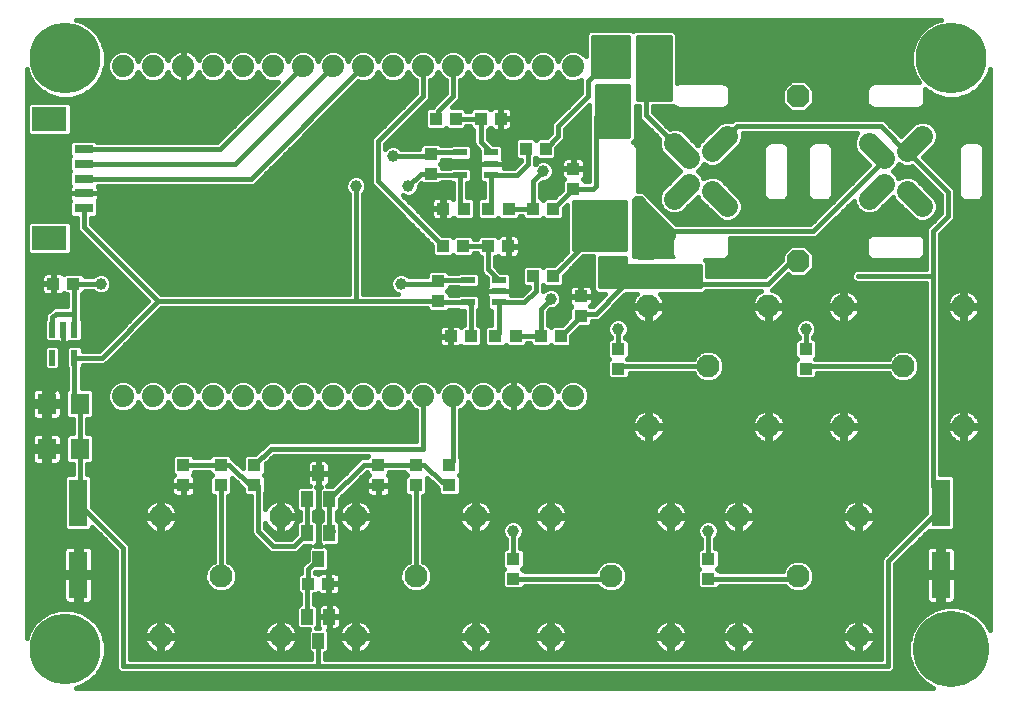
<source format=gtl>
G75*
%MOIN*%
%OFA0B0*%
%FSLAX24Y24*%
%IPPOS*%
%LPD*%
%AMOC8*
5,1,8,0,0,1.08239X$1,22.5*
%
%ADD10C,0.0709*%
%ADD11C,0.0765*%
%ADD12R,0.0425X0.0413*%
%ADD13R,0.0394X0.0551*%
%ADD14R,0.0433X0.0394*%
%ADD15C,0.0740*%
%ADD16R,0.0630X0.0709*%
%ADD17R,0.0472X0.0236*%
%ADD18R,0.0394X0.0433*%
%ADD19R,0.0413X0.0425*%
%ADD20R,0.0551X0.0394*%
%ADD21R,0.0220X0.0520*%
%ADD22R,0.0630X0.1575*%
%ADD23OC8,0.0760*%
%ADD24R,0.0390X0.0520*%
%ADD25R,0.0630X0.0315*%
%ADD26R,0.1181X0.0827*%
%ADD27C,0.0160*%
%ADD28C,0.0396*%
%ADD29C,0.2362*%
%ADD30C,0.2540*%
%ADD31C,0.0100*%
D10*
X023314Y020664D02*
X023815Y020163D01*
X022546Y020910D02*
X022045Y020409D01*
X022546Y021757D02*
X022045Y022258D01*
X023314Y022003D02*
X023815Y022504D01*
X028545Y022258D02*
X029046Y021757D01*
X029814Y022003D02*
X030315Y022504D01*
X029046Y020910D02*
X028545Y020409D01*
X029814Y020664D02*
X030315Y020163D01*
D11*
X031680Y016833D03*
X029680Y014833D03*
X027680Y016833D03*
X025180Y016833D03*
X023180Y014833D03*
X021180Y016833D03*
X021180Y012833D03*
X021930Y009833D03*
X024180Y009833D03*
X026180Y007833D03*
X028180Y009833D03*
X027680Y012833D03*
X025180Y012833D03*
X019930Y007833D03*
X017930Y009833D03*
X015430Y009833D03*
X013430Y007833D03*
X011430Y009833D03*
X008930Y009833D03*
X006930Y007833D03*
X004930Y009833D03*
X004930Y005833D03*
X008930Y005833D03*
X011430Y005833D03*
X015430Y005833D03*
X017930Y005833D03*
X021930Y005833D03*
X024180Y005833D03*
X028180Y005833D03*
X031680Y012833D03*
D12*
X012180Y011553D03*
X012180Y010864D03*
X005680Y010864D03*
X005680Y011553D03*
D13*
X009806Y010400D03*
X010554Y010400D03*
X010180Y011266D03*
X009806Y009266D03*
X010554Y009266D03*
X010180Y008400D03*
D14*
X009845Y007583D03*
X010515Y007583D03*
X008055Y010874D03*
X008055Y011543D03*
X006930Y011543D03*
X006930Y010874D03*
X013430Y010874D03*
X013430Y011543D03*
X014555Y011543D03*
X014555Y010874D03*
X016680Y008418D03*
X016680Y007749D03*
X023180Y007749D03*
X023180Y008418D03*
X020180Y014749D03*
X020180Y015418D03*
X018930Y016499D03*
X018930Y017168D03*
X015265Y015833D03*
X014595Y015833D03*
X014180Y016999D03*
X014180Y017668D03*
X013930Y021249D03*
X013930Y021918D03*
X018680Y021418D03*
X018680Y020749D03*
X026430Y015418D03*
X026430Y014749D03*
X002015Y017583D03*
X001345Y017583D03*
D15*
X003680Y013833D03*
X004680Y013833D03*
X005680Y013833D03*
X006680Y013833D03*
X007680Y013833D03*
X008680Y013833D03*
X009680Y013833D03*
X010680Y013833D03*
X011680Y013833D03*
X012680Y013833D03*
X013680Y013833D03*
X014680Y013833D03*
X015680Y013833D03*
X016680Y013833D03*
X017680Y013833D03*
X018680Y013833D03*
X018680Y024833D03*
X017680Y024833D03*
X016680Y024833D03*
X015680Y024833D03*
X014680Y024833D03*
X013680Y024833D03*
X012680Y024833D03*
X011680Y024833D03*
X010680Y024833D03*
X009680Y024833D03*
X008680Y024833D03*
X007680Y024833D03*
X006680Y024833D03*
X005680Y024833D03*
X004680Y024833D03*
X003680Y024833D03*
D16*
X002231Y013583D03*
X001129Y013583D03*
X001129Y012083D03*
X002231Y012083D03*
D17*
X015166Y016959D03*
X015166Y017707D03*
X016194Y017707D03*
X016194Y017333D03*
X016194Y016959D03*
X015944Y021209D03*
X015944Y021583D03*
X015944Y021957D03*
X014916Y021957D03*
X014916Y021209D03*
D18*
X017095Y022083D03*
X017765Y022083D03*
X016265Y023083D03*
X015595Y023083D03*
X014765Y023083D03*
X014095Y023083D03*
X017345Y020083D03*
X018015Y020083D03*
X016515Y018833D03*
X015845Y018833D03*
X015015Y018833D03*
X014345Y018833D03*
X017345Y017833D03*
X018015Y017833D03*
X018265Y015833D03*
X017595Y015833D03*
D19*
X016774Y015833D03*
X016086Y015833D03*
X015836Y020083D03*
X016524Y020083D03*
X015024Y020083D03*
X014336Y020083D03*
D20*
X020247Y018957D03*
X020247Y018209D03*
X021113Y018583D03*
X020247Y023959D03*
X020247Y024707D03*
X021113Y024333D03*
D21*
X002054Y016053D03*
X001680Y016053D03*
X001306Y016053D03*
X001306Y015113D03*
X002054Y015113D03*
D22*
X002180Y010284D03*
X002180Y007883D03*
X030930Y007883D03*
X030930Y010284D03*
D23*
X026180Y018333D03*
X026180Y023833D03*
D24*
X010550Y006483D03*
X009810Y006483D03*
X010180Y005683D03*
D25*
X002363Y020099D03*
X002363Y020591D03*
X002363Y021083D03*
X002363Y021575D03*
X002363Y022068D03*
D26*
X001221Y023072D03*
X001221Y019095D03*
D27*
X002272Y004158D02*
X002104Y004113D01*
X030665Y004113D01*
X030404Y004264D01*
X030138Y004530D01*
X029950Y004856D01*
X029852Y005220D01*
X029852Y005596D01*
X029950Y005960D01*
X030138Y006286D01*
X030404Y006552D01*
X030730Y006741D01*
X031094Y006838D01*
X031471Y006838D01*
X031834Y006741D01*
X032160Y006552D01*
X032427Y006286D01*
X032577Y006025D01*
X032577Y024744D01*
X032532Y024576D01*
X032356Y024270D01*
X032106Y024020D01*
X031800Y023843D01*
X031459Y023752D01*
X031106Y023752D01*
X030765Y023843D01*
X030459Y024020D01*
X030419Y024060D01*
X030419Y023640D01*
X030376Y023537D01*
X030297Y023458D01*
X030194Y023416D01*
X028666Y023416D01*
X028563Y023458D01*
X028484Y023537D01*
X028441Y023640D01*
X028441Y024066D01*
X028484Y024169D01*
X028563Y024248D01*
X028666Y024290D01*
X028777Y024290D01*
X030083Y024290D01*
X030194Y024290D01*
X030198Y024289D01*
X030033Y024576D01*
X029941Y024917D01*
X029941Y025270D01*
X030033Y025611D01*
X030209Y025917D01*
X030459Y026166D01*
X030765Y026343D01*
X030933Y026388D01*
X002104Y026388D01*
X002272Y026343D01*
X002578Y026166D01*
X002828Y025917D01*
X003005Y025611D01*
X003096Y025270D01*
X003096Y024917D01*
X003005Y024576D01*
X002828Y024270D01*
X002578Y024020D01*
X002272Y023843D01*
X001931Y023752D01*
X001578Y023752D01*
X001237Y023843D01*
X000931Y024020D01*
X000682Y024270D01*
X000505Y024576D01*
X000460Y024744D01*
X000460Y005757D01*
X000505Y005926D01*
X000682Y006232D01*
X000931Y006481D01*
X001237Y006658D01*
X001578Y006749D01*
X001931Y006749D01*
X002272Y006658D01*
X002578Y006481D01*
X002828Y006232D01*
X003005Y005926D01*
X003096Y005585D01*
X003096Y005232D01*
X003005Y004890D01*
X002828Y004585D01*
X002578Y004335D01*
X002272Y004158D01*
X002242Y004150D02*
X030601Y004150D01*
X030359Y004309D02*
X002533Y004309D01*
X002711Y004467D02*
X030201Y004467D01*
X030083Y004626D02*
X029306Y004626D01*
X029316Y004630D02*
X029383Y004697D01*
X029420Y004786D01*
X029420Y008234D01*
X030536Y009350D01*
X030549Y009337D01*
X031311Y009337D01*
X031405Y009430D01*
X031405Y011138D01*
X031311Y011232D01*
X030920Y011232D01*
X030920Y019234D01*
X031316Y019630D01*
X031383Y019697D01*
X031420Y019786D01*
X031420Y020684D01*
X031383Y020772D01*
X030347Y021809D01*
X030751Y022212D01*
X030829Y022401D01*
X030829Y022606D01*
X030751Y022795D01*
X030606Y022940D01*
X030417Y023018D01*
X030213Y023018D01*
X030024Y022940D01*
X029593Y022509D01*
X029066Y023037D01*
X028978Y023073D01*
X024097Y023073D01*
X024009Y023037D01*
X023969Y022997D01*
X023917Y023018D01*
X023713Y023018D01*
X023524Y022940D01*
X022878Y022294D01*
X022836Y022194D01*
X022336Y022694D01*
X022147Y022772D01*
X021943Y022772D01*
X021891Y022751D01*
X021353Y023289D01*
X021353Y023498D01*
X022017Y023498D01*
X022020Y023501D01*
X022063Y023458D01*
X022166Y023416D01*
X023694Y023416D01*
X023797Y023458D01*
X023876Y023537D01*
X023919Y023640D01*
X023919Y024066D01*
X023876Y024169D01*
X023797Y024248D01*
X023694Y024290D01*
X022166Y024290D01*
X022140Y024280D01*
X022140Y025920D01*
X022017Y026043D01*
X020718Y026043D01*
X020680Y026005D01*
X020642Y026043D01*
X019218Y026043D01*
X019095Y025920D01*
X019095Y025168D01*
X018980Y025283D01*
X018785Y025363D01*
X018575Y025363D01*
X018380Y025283D01*
X018231Y025134D01*
X018180Y025011D01*
X018129Y025134D01*
X017980Y025283D01*
X017785Y025363D01*
X017575Y025363D01*
X017380Y025283D01*
X017231Y025134D01*
X017180Y025011D01*
X017129Y025134D01*
X016980Y025283D01*
X016785Y025363D01*
X016575Y025363D01*
X016380Y025283D01*
X016231Y025134D01*
X016180Y025011D01*
X016129Y025134D01*
X015980Y025283D01*
X015785Y025363D01*
X015575Y025363D01*
X015380Y025283D01*
X015231Y025134D01*
X015180Y025011D01*
X015129Y025134D01*
X014980Y025283D01*
X014785Y025363D01*
X014575Y025363D01*
X014380Y025283D01*
X014231Y025134D01*
X014180Y025011D01*
X014129Y025134D01*
X013980Y025283D01*
X013785Y025363D01*
X013575Y025363D01*
X013380Y025283D01*
X013231Y025134D01*
X013180Y025011D01*
X013129Y025134D01*
X012980Y025283D01*
X012785Y025363D01*
X012575Y025363D01*
X012380Y025283D01*
X012231Y025134D01*
X012180Y025011D01*
X012129Y025134D01*
X011980Y025283D01*
X011785Y025363D01*
X011575Y025363D01*
X011380Y025283D01*
X011231Y025134D01*
X011180Y025011D01*
X011129Y025134D01*
X010980Y025283D01*
X010785Y025363D01*
X010575Y025363D01*
X010380Y025283D01*
X010231Y025134D01*
X010180Y025011D01*
X010129Y025134D01*
X009980Y025283D01*
X009785Y025363D01*
X009575Y025363D01*
X009380Y025283D01*
X009231Y025134D01*
X009180Y025011D01*
X009129Y025134D01*
X008980Y025283D01*
X008785Y025363D01*
X008575Y025363D01*
X008380Y025283D01*
X008231Y025134D01*
X008180Y025011D01*
X008129Y025134D01*
X007980Y025283D01*
X007785Y025363D01*
X007575Y025363D01*
X007380Y025283D01*
X007231Y025134D01*
X007180Y025011D01*
X007129Y025134D01*
X006980Y025283D01*
X006785Y025363D01*
X006575Y025363D01*
X006380Y025283D01*
X006231Y025134D01*
X006191Y025039D01*
X006190Y025044D01*
X006150Y025122D01*
X006100Y025192D01*
X006038Y025253D01*
X005968Y025304D01*
X005891Y025343D01*
X005809Y025370D01*
X005723Y025383D01*
X005700Y025383D01*
X005700Y024853D01*
X005660Y024853D01*
X005660Y025383D01*
X005637Y025383D01*
X005551Y025370D01*
X005469Y025343D01*
X005392Y025304D01*
X005322Y025253D01*
X005260Y025192D01*
X005210Y025122D01*
X005170Y025044D01*
X005169Y025039D01*
X005129Y025134D01*
X004980Y025283D01*
X004785Y025363D01*
X004575Y025363D01*
X004380Y025283D01*
X004231Y025134D01*
X004180Y025011D01*
X004129Y025134D01*
X003980Y025283D01*
X003785Y025363D01*
X003575Y025363D01*
X003380Y025283D01*
X003231Y025134D01*
X003150Y024939D01*
X003150Y024728D01*
X003231Y024533D01*
X003380Y024384D01*
X003575Y024303D01*
X003785Y024303D01*
X003980Y024384D01*
X004129Y024533D01*
X004180Y024655D01*
X004231Y024533D01*
X004380Y024384D01*
X004575Y024303D01*
X004785Y024303D01*
X004980Y024384D01*
X005129Y024533D01*
X005169Y024628D01*
X005170Y024622D01*
X005210Y024545D01*
X005260Y024475D01*
X005322Y024414D01*
X005392Y024363D01*
X005469Y024324D01*
X005551Y024297D01*
X005637Y024283D01*
X005660Y024283D01*
X005660Y024813D01*
X005700Y024813D01*
X005700Y024283D01*
X005723Y024283D01*
X005809Y024297D01*
X005891Y024324D01*
X005968Y024363D01*
X006038Y024414D01*
X006100Y024475D01*
X006150Y024545D01*
X006190Y024622D01*
X006191Y024628D01*
X006231Y024533D01*
X006380Y024384D01*
X006575Y024303D01*
X006785Y024303D01*
X006980Y024384D01*
X007129Y024533D01*
X007180Y024655D01*
X007231Y024533D01*
X007380Y024384D01*
X007575Y024303D01*
X007785Y024303D01*
X007980Y024384D01*
X008129Y024533D01*
X008180Y024655D01*
X008231Y024533D01*
X008380Y024384D01*
X008575Y024303D01*
X008785Y024303D01*
X008828Y024321D01*
X006815Y022308D01*
X002822Y022308D01*
X002744Y022385D01*
X001982Y022385D01*
X001888Y022291D01*
X001888Y021844D01*
X001910Y021822D01*
X001888Y021799D01*
X001888Y021352D01*
X001910Y021329D01*
X001888Y021307D01*
X001888Y020860D01*
X001898Y020849D01*
X001880Y020818D01*
X001868Y020772D01*
X001868Y020591D01*
X001868Y020410D01*
X001880Y020364D01*
X001898Y020333D01*
X001888Y020323D01*
X001888Y019875D01*
X001982Y019782D01*
X002123Y019782D01*
X002123Y019433D01*
X002160Y019345D01*
X004506Y016999D01*
X002861Y015353D01*
X002324Y015353D01*
X002324Y015440D01*
X002230Y015533D01*
X001878Y015533D01*
X001784Y015440D01*
X001784Y014787D01*
X001814Y014757D01*
X001814Y014062D01*
X001756Y014004D01*
X001756Y013163D01*
X001850Y013069D01*
X001991Y013069D01*
X001991Y012598D01*
X001850Y012598D01*
X001756Y012504D01*
X001756Y011663D01*
X001850Y011569D01*
X001991Y011569D01*
X001991Y011232D01*
X001799Y011232D01*
X001705Y011138D01*
X001705Y009430D01*
X001799Y009337D01*
X002561Y009337D01*
X002655Y009430D01*
X002655Y009470D01*
X003440Y008685D01*
X003440Y004786D01*
X003477Y004697D01*
X003544Y004630D01*
X003632Y004593D01*
X029228Y004593D01*
X029316Y004630D01*
X029419Y004784D02*
X029991Y004784D01*
X029927Y004943D02*
X029420Y004943D01*
X029420Y005101D02*
X029884Y005101D01*
X029852Y005260D02*
X029420Y005260D01*
X029420Y005418D02*
X029852Y005418D01*
X029852Y005577D02*
X029420Y005577D01*
X029420Y005735D02*
X029890Y005735D01*
X029932Y005894D02*
X029420Y005894D01*
X029420Y006052D02*
X030003Y006052D01*
X030095Y006211D02*
X029420Y006211D01*
X029420Y006369D02*
X030221Y006369D01*
X030380Y006528D02*
X029420Y006528D01*
X029420Y006686D02*
X030636Y006686D01*
X030591Y006915D02*
X030853Y006915D01*
X030853Y007805D01*
X031007Y007805D01*
X031007Y006915D01*
X031269Y006915D01*
X031314Y006927D01*
X031355Y006951D01*
X031389Y006985D01*
X031413Y007026D01*
X031425Y007071D01*
X031425Y007805D01*
X031007Y007805D01*
X031007Y007960D01*
X030853Y007960D01*
X030853Y008850D01*
X030591Y008850D01*
X030546Y008838D01*
X030505Y008814D01*
X030471Y008780D01*
X030447Y008739D01*
X030435Y008694D01*
X030435Y007960D01*
X030853Y007960D01*
X030853Y007805D01*
X030435Y007805D01*
X030435Y007071D01*
X030447Y007026D01*
X030471Y006985D01*
X030505Y006951D01*
X030546Y006927D01*
X030591Y006915D01*
X030460Y007003D02*
X029420Y007003D01*
X029420Y006845D02*
X032577Y006845D01*
X032577Y007003D02*
X031400Y007003D01*
X031425Y007162D02*
X032577Y007162D01*
X032577Y007320D02*
X031425Y007320D01*
X031425Y007479D02*
X032577Y007479D01*
X032577Y007637D02*
X031425Y007637D01*
X031425Y007796D02*
X032577Y007796D01*
X032577Y007954D02*
X031007Y007954D01*
X031007Y007960D02*
X031425Y007960D01*
X031425Y008694D01*
X031413Y008739D01*
X031389Y008780D01*
X031355Y008814D01*
X031314Y008838D01*
X031269Y008850D01*
X031007Y008850D01*
X031007Y007960D01*
X031007Y008113D02*
X030853Y008113D01*
X030853Y008271D02*
X031007Y008271D01*
X031007Y008430D02*
X030853Y008430D01*
X030853Y008588D02*
X031007Y008588D01*
X031007Y008747D02*
X030853Y008747D01*
X030452Y008747D02*
X029933Y008747D01*
X030091Y008905D02*
X032577Y008905D01*
X032577Y008747D02*
X031408Y008747D01*
X031425Y008588D02*
X032577Y008588D01*
X032577Y008430D02*
X031425Y008430D01*
X031425Y008271D02*
X032577Y008271D01*
X032577Y008113D02*
X031425Y008113D01*
X031007Y007796D02*
X030853Y007796D01*
X030853Y007954D02*
X029420Y007954D01*
X029420Y007796D02*
X030435Y007796D01*
X030435Y007637D02*
X029420Y007637D01*
X029420Y007479D02*
X030435Y007479D01*
X030435Y007320D02*
X029420Y007320D01*
X029420Y007162D02*
X030435Y007162D01*
X030853Y007162D02*
X031007Y007162D01*
X031007Y007320D02*
X030853Y007320D01*
X030853Y007479D02*
X031007Y007479D01*
X031007Y007637D02*
X030853Y007637D01*
X030435Y008113D02*
X029420Y008113D01*
X029457Y008271D02*
X030435Y008271D01*
X030435Y008430D02*
X029616Y008430D01*
X029774Y008588D02*
X030435Y008588D01*
X030250Y009064D02*
X032577Y009064D01*
X032577Y009222D02*
X030408Y009222D01*
X030047Y009539D02*
X028662Y009539D01*
X028661Y009539D02*
X028701Y009617D01*
X028729Y009702D01*
X028742Y009786D01*
X028228Y009786D01*
X028228Y009881D01*
X028742Y009881D01*
X028729Y009965D01*
X028701Y010049D01*
X028661Y010128D01*
X028609Y010200D01*
X028546Y010262D01*
X028475Y010314D01*
X028396Y010355D01*
X028312Y010382D01*
X028228Y010395D01*
X028228Y009881D01*
X028132Y009881D01*
X028132Y009786D01*
X027618Y009786D01*
X027631Y009702D01*
X027659Y009617D01*
X027699Y009539D01*
X027751Y009467D01*
X027814Y009404D01*
X027885Y009352D01*
X027964Y009312D01*
X028048Y009285D01*
X028132Y009271D01*
X028132Y009786D01*
X028228Y009786D01*
X028228Y009271D01*
X028312Y009285D01*
X028396Y009312D01*
X028475Y009352D01*
X028546Y009404D01*
X028609Y009467D01*
X028661Y009539D01*
X028727Y009698D02*
X030205Y009698D01*
X030364Y009856D02*
X028228Y009856D01*
X028132Y009856D02*
X024228Y009856D01*
X024228Y009881D02*
X024742Y009881D01*
X024729Y009965D01*
X024701Y010049D01*
X024661Y010128D01*
X024609Y010200D01*
X024546Y010262D01*
X024475Y010314D01*
X024396Y010355D01*
X024312Y010382D01*
X024228Y010395D01*
X024228Y009881D01*
X024228Y009786D01*
X024742Y009786D01*
X024729Y009702D01*
X024701Y009617D01*
X024661Y009539D01*
X024609Y009467D01*
X024546Y009404D01*
X024475Y009352D01*
X024396Y009312D01*
X024312Y009285D01*
X024228Y009271D01*
X024228Y009786D01*
X024132Y009786D01*
X023618Y009786D01*
X023631Y009702D01*
X023659Y009617D01*
X023699Y009539D01*
X023751Y009467D01*
X023814Y009404D01*
X023885Y009352D01*
X023964Y009312D01*
X024048Y009285D01*
X024132Y009271D01*
X024132Y009786D01*
X024132Y009881D01*
X023618Y009881D01*
X023631Y009965D01*
X023659Y010049D01*
X023699Y010128D01*
X023751Y010200D01*
X023814Y010262D01*
X023885Y010314D01*
X023964Y010355D01*
X024048Y010382D01*
X024132Y010395D01*
X024132Y009881D01*
X024228Y009881D01*
X024132Y009856D02*
X021978Y009856D01*
X021978Y009881D02*
X022492Y009881D01*
X022479Y009965D01*
X022451Y010049D01*
X022411Y010128D01*
X022359Y010200D01*
X022296Y010262D01*
X022225Y010314D01*
X022146Y010355D01*
X022062Y010382D01*
X021978Y010395D01*
X021978Y009881D01*
X021978Y009786D01*
X022492Y009786D01*
X022479Y009702D01*
X022451Y009617D01*
X022411Y009539D01*
X022359Y009467D01*
X022296Y009404D01*
X022225Y009352D01*
X022146Y009312D01*
X022062Y009285D01*
X021978Y009271D01*
X021978Y009786D01*
X021882Y009786D01*
X021368Y009786D01*
X021381Y009702D01*
X021409Y009617D01*
X021449Y009539D01*
X021501Y009467D01*
X021564Y009404D01*
X021635Y009352D01*
X021714Y009312D01*
X021798Y009285D01*
X021882Y009271D01*
X021882Y009786D01*
X021882Y009881D01*
X021368Y009881D01*
X021381Y009965D01*
X021409Y010049D01*
X021449Y010128D01*
X021501Y010200D01*
X021564Y010262D01*
X021635Y010314D01*
X021714Y010355D01*
X021798Y010382D01*
X021882Y010395D01*
X021882Y009881D01*
X021978Y009881D01*
X021882Y009856D02*
X017978Y009856D01*
X017978Y009881D02*
X018492Y009881D01*
X018479Y009965D01*
X018451Y010049D01*
X018411Y010128D01*
X018359Y010200D01*
X018296Y010262D01*
X018225Y010314D01*
X018146Y010355D01*
X018062Y010382D01*
X017978Y010395D01*
X017978Y009881D01*
X017978Y009786D01*
X018492Y009786D01*
X018479Y009702D01*
X018451Y009617D01*
X018411Y009539D01*
X018359Y009467D01*
X018296Y009404D01*
X018225Y009352D01*
X018146Y009312D01*
X018062Y009285D01*
X017978Y009271D01*
X017978Y009786D01*
X017882Y009786D01*
X017368Y009786D01*
X017381Y009702D01*
X017409Y009617D01*
X017449Y009539D01*
X017501Y009467D01*
X017564Y009404D01*
X017635Y009352D01*
X017714Y009312D01*
X017798Y009285D01*
X017882Y009271D01*
X017882Y009786D01*
X017882Y009881D01*
X017368Y009881D01*
X017381Y009965D01*
X017409Y010049D01*
X017449Y010128D01*
X017501Y010200D01*
X017564Y010262D01*
X017635Y010314D01*
X017714Y010355D01*
X017798Y010382D01*
X017882Y010395D01*
X017882Y009881D01*
X017978Y009881D01*
X017882Y009856D02*
X015478Y009856D01*
X015478Y009881D02*
X015992Y009881D01*
X015979Y009965D01*
X015951Y010049D01*
X015911Y010128D01*
X015859Y010200D01*
X015796Y010262D01*
X015725Y010314D01*
X015646Y010355D01*
X015562Y010382D01*
X015478Y010395D01*
X015478Y009881D01*
X015478Y009786D01*
X015992Y009786D01*
X015979Y009702D01*
X015951Y009617D01*
X015911Y009539D01*
X015859Y009467D01*
X015796Y009404D01*
X015725Y009352D01*
X015646Y009312D01*
X015562Y009285D01*
X015478Y009271D01*
X015478Y009786D01*
X015382Y009786D01*
X014868Y009786D01*
X014881Y009702D01*
X014909Y009617D01*
X014949Y009539D01*
X015001Y009467D01*
X015064Y009404D01*
X015135Y009352D01*
X015214Y009312D01*
X015298Y009285D01*
X015382Y009271D01*
X015382Y009786D01*
X015382Y009881D01*
X014868Y009881D01*
X014881Y009965D01*
X014909Y010049D01*
X014949Y010128D01*
X015001Y010200D01*
X015064Y010262D01*
X015135Y010314D01*
X015214Y010355D01*
X015298Y010382D01*
X015382Y010395D01*
X015382Y009881D01*
X015478Y009881D01*
X015382Y009856D02*
X013670Y009856D01*
X013670Y009698D02*
X014883Y009698D01*
X014948Y009539D02*
X013670Y009539D01*
X013670Y009381D02*
X015096Y009381D01*
X015382Y009381D02*
X015478Y009381D01*
X015478Y009539D02*
X015382Y009539D01*
X015382Y009698D02*
X015478Y009698D01*
X015478Y010015D02*
X015382Y010015D01*
X015382Y010173D02*
X015478Y010173D01*
X015478Y010332D02*
X015382Y010332D01*
X015169Y010332D02*
X013670Y010332D01*
X013670Y010490D02*
X030455Y010490D01*
X030455Y010332D02*
X028441Y010332D01*
X028228Y010332D02*
X028132Y010332D01*
X028132Y010395D02*
X028048Y010382D01*
X027964Y010355D01*
X027885Y010314D01*
X027814Y010262D01*
X027751Y010200D01*
X027699Y010128D01*
X027659Y010049D01*
X027631Y009965D01*
X027618Y009881D01*
X028132Y009881D01*
X028132Y010395D01*
X028132Y010173D02*
X028228Y010173D01*
X028228Y010015D02*
X028132Y010015D01*
X028132Y009698D02*
X028228Y009698D01*
X028228Y009539D02*
X028132Y009539D01*
X028132Y009381D02*
X028228Y009381D01*
X028514Y009381D02*
X029888Y009381D01*
X029730Y009222D02*
X023522Y009222D01*
X023538Y009262D02*
X023484Y009130D01*
X023420Y009067D01*
X023420Y008775D01*
X023463Y008775D01*
X023557Y008681D01*
X023557Y008155D01*
X023485Y008083D01*
X023557Y008012D01*
X023557Y007989D01*
X025657Y007989D01*
X025720Y008141D01*
X025873Y008293D01*
X026072Y008376D01*
X026288Y008376D01*
X026487Y008293D01*
X026640Y008141D01*
X026722Y007941D01*
X026722Y007725D01*
X026640Y007526D01*
X026487Y007373D01*
X026288Y007291D01*
X026072Y007291D01*
X025873Y007373D01*
X025737Y007509D01*
X023557Y007509D01*
X023557Y007486D01*
X023463Y007392D01*
X022897Y007392D01*
X022803Y007486D01*
X022803Y008012D01*
X022875Y008083D01*
X022803Y008155D01*
X022803Y008681D01*
X022897Y008775D01*
X022940Y008775D01*
X022940Y009067D01*
X022876Y009130D01*
X022822Y009262D01*
X022822Y009405D01*
X022876Y009536D01*
X022977Y009637D01*
X023109Y009691D01*
X023251Y009691D01*
X023383Y009637D01*
X023484Y009536D01*
X023538Y009405D01*
X023538Y009262D01*
X023538Y009381D02*
X023846Y009381D01*
X023698Y009539D02*
X023480Y009539D01*
X023633Y009698D02*
X022477Y009698D01*
X022412Y009539D02*
X022880Y009539D01*
X022822Y009381D02*
X022264Y009381D01*
X021978Y009381D02*
X021882Y009381D01*
X021882Y009539D02*
X021978Y009539D01*
X021978Y009698D02*
X021882Y009698D01*
X021882Y010015D02*
X021978Y010015D01*
X021978Y010173D02*
X021882Y010173D01*
X021882Y010332D02*
X021978Y010332D01*
X022191Y010332D02*
X023919Y010332D01*
X024132Y010332D02*
X024228Y010332D01*
X024228Y010173D02*
X024132Y010173D01*
X024132Y010015D02*
X024228Y010015D01*
X024228Y009698D02*
X024132Y009698D01*
X024132Y009539D02*
X024228Y009539D01*
X024228Y009381D02*
X024132Y009381D01*
X024514Y009381D02*
X027846Y009381D01*
X027698Y009539D02*
X024662Y009539D01*
X024727Y009698D02*
X027633Y009698D01*
X027648Y010015D02*
X024712Y010015D01*
X024628Y010173D02*
X027732Y010173D01*
X027919Y010332D02*
X024441Y010332D01*
X023732Y010173D02*
X022378Y010173D01*
X022462Y010015D02*
X023648Y010015D01*
X023180Y009333D02*
X023180Y008418D01*
X023557Y008430D02*
X028960Y008430D01*
X028977Y008469D02*
X028940Y008381D01*
X028940Y005073D01*
X010420Y005073D01*
X010420Y005263D01*
X010441Y005263D01*
X010535Y005357D01*
X010535Y006010D01*
X010501Y006043D01*
X010532Y006043D01*
X010532Y006466D01*
X010175Y006466D01*
X010175Y006200D01*
X010187Y006154D01*
X010211Y006113D01*
X010220Y006103D01*
X010111Y006103D01*
X010165Y006157D01*
X010165Y006810D01*
X010071Y006903D01*
X010050Y006903D01*
X010050Y007226D01*
X010128Y007226D01*
X010166Y007264D01*
X010188Y007242D01*
X010229Y007219D01*
X010274Y007206D01*
X010496Y007206D01*
X010496Y007565D01*
X010533Y007565D01*
X010533Y007602D01*
X010496Y007602D01*
X010496Y007960D01*
X010274Y007960D01*
X010229Y007948D01*
X010188Y007924D01*
X010166Y007902D01*
X010128Y007940D01*
X010085Y007940D01*
X010085Y007965D01*
X010443Y007965D01*
X010537Y008058D01*
X010537Y008742D01*
X010448Y008831D01*
X010817Y008831D01*
X010911Y008925D01*
X010911Y009264D01*
X010920Y009286D01*
X010920Y009381D01*
X010911Y009403D01*
X010911Y009608D01*
X010817Y009702D01*
X010794Y009702D01*
X010794Y009965D01*
X010817Y009965D01*
X010911Y010058D01*
X010911Y010418D01*
X011806Y011313D01*
X011807Y011313D01*
X011807Y011280D01*
X011867Y011220D01*
X011857Y011215D01*
X011823Y011181D01*
X011800Y011140D01*
X011787Y011094D01*
X011787Y010887D01*
X012157Y010887D01*
X012157Y010840D01*
X012203Y010840D01*
X012203Y010477D01*
X012416Y010477D01*
X012462Y010489D01*
X012503Y010513D01*
X012537Y010547D01*
X012560Y010588D01*
X012573Y010633D01*
X012573Y010840D01*
X012203Y010840D01*
X012203Y010887D01*
X012573Y010887D01*
X012573Y011094D01*
X012560Y011140D01*
X012537Y011181D01*
X012503Y011215D01*
X012493Y011220D01*
X012553Y011280D01*
X012553Y011313D01*
X013053Y011313D01*
X013053Y011280D01*
X013125Y011208D01*
X013053Y011137D01*
X013053Y010611D01*
X013147Y010517D01*
X013190Y010517D01*
X013190Y008321D01*
X013123Y008293D01*
X012970Y008141D01*
X012888Y007941D01*
X012888Y007725D01*
X012970Y007526D01*
X013123Y007373D01*
X013322Y007291D01*
X013538Y007291D01*
X013737Y007373D01*
X013890Y007526D01*
X013972Y007725D01*
X013972Y007941D01*
X013890Y008141D01*
X013737Y008293D01*
X013670Y008321D01*
X013670Y010517D01*
X013713Y010517D01*
X013807Y010611D01*
X013807Y011117D01*
X014102Y010822D01*
X014169Y010755D01*
X014178Y010751D01*
X014178Y010611D01*
X014272Y010517D01*
X014838Y010517D01*
X014932Y010611D01*
X014932Y011137D01*
X014860Y011208D01*
X014932Y011280D01*
X014932Y011806D01*
X014920Y011818D01*
X014920Y013359D01*
X014980Y013384D01*
X015129Y013533D01*
X015180Y013655D01*
X015231Y013533D01*
X015380Y013384D01*
X015575Y013303D01*
X015785Y013303D01*
X015980Y013384D01*
X016129Y013533D01*
X016169Y013628D01*
X016170Y013622D01*
X016210Y013545D01*
X016260Y013475D01*
X016322Y013414D01*
X016392Y013363D01*
X016469Y013324D01*
X016551Y013297D01*
X016637Y013283D01*
X016660Y013283D01*
X016660Y013813D01*
X016700Y013813D01*
X016700Y013283D01*
X016723Y013283D01*
X016809Y013297D01*
X016891Y013324D01*
X016968Y013363D01*
X017038Y013414D01*
X017100Y013475D01*
X017150Y013545D01*
X017190Y013622D01*
X017191Y013628D01*
X017231Y013533D01*
X017380Y013384D01*
X017575Y013303D01*
X017785Y013303D01*
X017980Y013384D01*
X018129Y013533D01*
X018180Y013655D01*
X018231Y013533D01*
X018380Y013384D01*
X018575Y013303D01*
X018785Y013303D01*
X018980Y013384D01*
X019129Y013533D01*
X019210Y013728D01*
X019210Y013939D01*
X019129Y014134D01*
X018980Y014283D01*
X018785Y014363D01*
X018575Y014363D01*
X018380Y014283D01*
X018231Y014134D01*
X018180Y014011D01*
X018129Y014134D01*
X017980Y014283D01*
X017785Y014363D01*
X017575Y014363D01*
X017380Y014283D01*
X017231Y014134D01*
X017191Y014039D01*
X017190Y014044D01*
X017150Y014122D01*
X017100Y014192D01*
X017038Y014253D01*
X016968Y014304D01*
X016891Y014343D01*
X016809Y014370D01*
X016723Y014383D01*
X016700Y014383D01*
X016700Y013853D01*
X016660Y013853D01*
X016660Y014383D01*
X016637Y014383D01*
X016551Y014370D01*
X016469Y014343D01*
X016392Y014304D01*
X016322Y014253D01*
X016260Y014192D01*
X016210Y014122D01*
X016170Y014044D01*
X016169Y014039D01*
X016129Y014134D01*
X015980Y014283D01*
X015785Y014363D01*
X015575Y014363D01*
X015380Y014283D01*
X015231Y014134D01*
X015180Y014011D01*
X015129Y014134D01*
X014980Y014283D01*
X014785Y014363D01*
X014575Y014363D01*
X014380Y014283D01*
X014231Y014134D01*
X014180Y014011D01*
X014129Y014134D01*
X013980Y014283D01*
X013785Y014363D01*
X013575Y014363D01*
X013380Y014283D01*
X013231Y014134D01*
X013180Y014011D01*
X013129Y014134D01*
X012980Y014283D01*
X012785Y014363D01*
X012575Y014363D01*
X012380Y014283D01*
X012231Y014134D01*
X012180Y014011D01*
X012129Y014134D01*
X011980Y014283D01*
X011785Y014363D01*
X011575Y014363D01*
X011380Y014283D01*
X011231Y014134D01*
X011180Y014011D01*
X011129Y014134D01*
X010980Y014283D01*
X010785Y014363D01*
X010575Y014363D01*
X010380Y014283D01*
X010231Y014134D01*
X010180Y014011D01*
X010129Y014134D01*
X009980Y014283D01*
X009785Y014363D01*
X009575Y014363D01*
X009380Y014283D01*
X009231Y014134D01*
X009180Y014011D01*
X009129Y014134D01*
X008980Y014283D01*
X008785Y014363D01*
X008575Y014363D01*
X008380Y014283D01*
X008231Y014134D01*
X008180Y014011D01*
X008129Y014134D01*
X007980Y014283D01*
X007785Y014363D01*
X007575Y014363D01*
X007380Y014283D01*
X007231Y014134D01*
X007180Y014011D01*
X007129Y014134D01*
X006980Y014283D01*
X006785Y014363D01*
X006575Y014363D01*
X006380Y014283D01*
X006231Y014134D01*
X006180Y014011D01*
X006129Y014134D01*
X005980Y014283D01*
X005785Y014363D01*
X005575Y014363D01*
X005380Y014283D01*
X005231Y014134D01*
X005180Y014011D01*
X005129Y014134D01*
X004980Y014283D01*
X004785Y014363D01*
X004575Y014363D01*
X004380Y014283D01*
X004231Y014134D01*
X004180Y014011D01*
X004129Y014134D01*
X003980Y014283D01*
X003785Y014363D01*
X003575Y014363D01*
X003380Y014283D01*
X003231Y014134D01*
X003150Y013939D01*
X003150Y013728D01*
X003231Y013533D01*
X003380Y013384D01*
X003575Y013303D01*
X003785Y013303D01*
X003980Y013384D01*
X004129Y013533D01*
X004180Y013655D01*
X004231Y013533D01*
X004380Y013384D01*
X004575Y013303D01*
X004785Y013303D01*
X004980Y013384D01*
X005129Y013533D01*
X005180Y013655D01*
X005231Y013533D01*
X005380Y013384D01*
X005575Y013303D01*
X005785Y013303D01*
X005980Y013384D01*
X006129Y013533D01*
X006180Y013655D01*
X006231Y013533D01*
X006380Y013384D01*
X006575Y013303D01*
X006785Y013303D01*
X006980Y013384D01*
X007129Y013533D01*
X007180Y013655D01*
X007231Y013533D01*
X007380Y013384D01*
X007575Y013303D01*
X007785Y013303D01*
X007980Y013384D01*
X008129Y013533D01*
X008180Y013655D01*
X008231Y013533D01*
X008380Y013384D01*
X008575Y013303D01*
X008785Y013303D01*
X008980Y013384D01*
X009129Y013533D01*
X009180Y013655D01*
X009231Y013533D01*
X009380Y013384D01*
X009575Y013303D01*
X009785Y013303D01*
X009980Y013384D01*
X010129Y013533D01*
X010180Y013655D01*
X010231Y013533D01*
X010380Y013384D01*
X010575Y013303D01*
X010785Y013303D01*
X010980Y013384D01*
X011129Y013533D01*
X011180Y013655D01*
X011231Y013533D01*
X011380Y013384D01*
X011575Y013303D01*
X011785Y013303D01*
X011980Y013384D01*
X012129Y013533D01*
X012180Y013655D01*
X012231Y013533D01*
X012380Y013384D01*
X012575Y013303D01*
X012785Y013303D01*
X012980Y013384D01*
X013129Y013533D01*
X013180Y013655D01*
X013231Y013533D01*
X013380Y013384D01*
X013440Y013359D01*
X013440Y012323D01*
X008548Y012323D01*
X008459Y012287D01*
X008072Y011900D01*
X007772Y011900D01*
X007678Y011806D01*
X007678Y011424D01*
X007356Y011746D01*
X007307Y011767D01*
X007307Y011806D01*
X007213Y011900D01*
X006647Y011900D01*
X006553Y011806D01*
X006553Y011793D01*
X006053Y011793D01*
X006053Y011826D01*
X005959Y011920D01*
X005401Y011920D01*
X005307Y011826D01*
X005307Y011280D01*
X005367Y011220D01*
X005357Y011215D01*
X005323Y011181D01*
X005300Y011140D01*
X005287Y011094D01*
X005287Y010887D01*
X005657Y010887D01*
X005657Y010840D01*
X005703Y010840D01*
X005703Y010477D01*
X005916Y010477D01*
X005962Y010489D01*
X006003Y010513D01*
X006037Y010547D01*
X006060Y010588D01*
X006073Y010633D01*
X006073Y010840D01*
X005703Y010840D01*
X005703Y010887D01*
X006073Y010887D01*
X006073Y011094D01*
X006060Y011140D01*
X006037Y011181D01*
X006003Y011215D01*
X005993Y011220D01*
X006053Y011280D01*
X006053Y011313D01*
X006553Y011313D01*
X006553Y011280D01*
X006625Y011208D01*
X006553Y011137D01*
X006553Y010611D01*
X006647Y010517D01*
X006690Y010517D01*
X006690Y008321D01*
X006623Y008293D01*
X006470Y008141D01*
X006388Y007941D01*
X006388Y007725D01*
X006470Y007526D01*
X006623Y007373D01*
X006822Y007291D01*
X007038Y007291D01*
X007237Y007373D01*
X007390Y007526D01*
X007472Y007725D01*
X007472Y007941D01*
X007390Y008141D01*
X007237Y008293D01*
X007170Y008321D01*
X007170Y010517D01*
X007213Y010517D01*
X007307Y010611D01*
X007307Y011117D01*
X007678Y010745D01*
X007678Y010611D01*
X007772Y010517D01*
X007940Y010517D01*
X007940Y009286D01*
X007977Y009197D01*
X008477Y008697D01*
X008544Y008630D01*
X008632Y008593D01*
X009421Y008593D01*
X009509Y008630D01*
X009710Y008831D01*
X009912Y008831D01*
X009823Y008742D01*
X009823Y008383D01*
X009709Y008269D01*
X009642Y008202D01*
X009605Y008113D01*
X007401Y008113D01*
X007467Y007954D02*
X009605Y007954D01*
X009605Y007940D02*
X009563Y007940D01*
X009469Y007846D01*
X009469Y007320D01*
X009563Y007226D01*
X009570Y007226D01*
X009570Y006903D01*
X009549Y006903D01*
X009455Y006810D01*
X009455Y006157D01*
X009549Y006063D01*
X009879Y006063D01*
X009825Y006010D01*
X009825Y005357D01*
X009919Y005263D01*
X009940Y005263D01*
X009940Y005073D01*
X003920Y005073D01*
X003920Y008832D01*
X003883Y008920D01*
X003816Y008988D01*
X002655Y010149D01*
X002655Y011138D01*
X002561Y011232D01*
X002471Y011232D01*
X002471Y011569D01*
X002612Y011569D01*
X002706Y011663D01*
X002706Y012504D01*
X002612Y012598D01*
X002471Y012598D01*
X002471Y013069D01*
X002612Y013069D01*
X002706Y013163D01*
X002706Y014004D01*
X002612Y014098D01*
X002294Y014098D01*
X002294Y014757D01*
X002324Y014787D01*
X002324Y014873D01*
X003008Y014873D01*
X003096Y014910D01*
X004945Y016759D01*
X013803Y016759D01*
X013803Y016736D01*
X013897Y016642D01*
X014463Y016642D01*
X014540Y016719D01*
X014825Y016719D01*
X014863Y016681D01*
X015025Y016681D01*
X015025Y016190D01*
X014982Y016190D01*
X014944Y016152D01*
X014922Y016174D01*
X014881Y016198D01*
X014836Y016210D01*
X014614Y016210D01*
X014614Y015852D01*
X014577Y015852D01*
X014577Y016210D01*
X014355Y016210D01*
X014309Y016198D01*
X014268Y016174D01*
X014235Y016141D01*
X014211Y016100D01*
X014199Y016054D01*
X014199Y015852D01*
X014577Y015852D01*
X014577Y015815D01*
X014199Y015815D01*
X014199Y015613D01*
X014211Y015567D01*
X014235Y015526D01*
X014268Y015492D01*
X014309Y015469D01*
X014355Y015456D01*
X014577Y015456D01*
X014577Y015815D01*
X014614Y015815D01*
X014614Y015456D01*
X014836Y015456D01*
X014881Y015469D01*
X014922Y015492D01*
X014944Y015514D01*
X014982Y015476D01*
X015547Y015476D01*
X015641Y015570D01*
X015641Y016096D01*
X015547Y016190D01*
X015505Y016190D01*
X015505Y016718D01*
X015562Y016775D01*
X015562Y017144D01*
X015468Y017237D01*
X014863Y017237D01*
X014825Y017199D01*
X014557Y017199D01*
X014557Y017262D01*
X014485Y017333D01*
X014557Y017405D01*
X014557Y017467D01*
X014825Y017467D01*
X014863Y017429D01*
X015468Y017429D01*
X015562Y017523D01*
X015562Y017892D01*
X015468Y017985D01*
X014863Y017985D01*
X014825Y017947D01*
X014540Y017947D01*
X014463Y018025D01*
X013897Y018025D01*
X013803Y017931D01*
X013803Y017823D01*
X013196Y017823D01*
X013133Y017887D01*
X013001Y017941D01*
X012859Y017941D01*
X012727Y017887D01*
X012626Y017786D01*
X012572Y017655D01*
X012572Y017512D01*
X012626Y017380D01*
X012727Y017280D01*
X012826Y017239D01*
X011670Y017239D01*
X011670Y020567D01*
X011734Y020630D01*
X011788Y020762D01*
X011788Y020905D01*
X011734Y021036D01*
X011633Y021137D01*
X011501Y021191D01*
X011359Y021191D01*
X011227Y021137D01*
X011126Y021036D01*
X011072Y020905D01*
X011072Y020762D01*
X011126Y020630D01*
X011190Y020567D01*
X011190Y017239D01*
X004945Y017239D01*
X002603Y019580D01*
X002603Y019782D01*
X002744Y019782D01*
X002838Y019875D01*
X002838Y020323D01*
X002828Y020333D01*
X002846Y020364D01*
X002858Y020410D01*
X002858Y020591D01*
X002363Y020591D01*
X001868Y020591D01*
X002363Y020591D01*
X002363Y020591D01*
X002363Y020591D01*
X002858Y020591D01*
X002858Y020772D01*
X002846Y020818D01*
X002831Y020843D01*
X007978Y020843D01*
X008066Y020880D01*
X011514Y024328D01*
X011575Y024303D01*
X011785Y024303D01*
X011980Y024384D01*
X012129Y024533D01*
X012180Y024655D01*
X012231Y024533D01*
X012380Y024384D01*
X012575Y024303D01*
X012785Y024303D01*
X012980Y024384D01*
X013129Y024533D01*
X013180Y024655D01*
X013231Y024533D01*
X013380Y024384D01*
X013440Y024359D01*
X013440Y023933D01*
X012044Y022537D01*
X011977Y022469D01*
X011940Y022381D01*
X011940Y020951D01*
X011977Y020863D01*
X013989Y018851D01*
X013989Y018551D01*
X014082Y018457D01*
X014608Y018457D01*
X014680Y018528D01*
X014752Y018457D01*
X015278Y018457D01*
X015371Y018551D01*
X015371Y018593D01*
X015489Y018593D01*
X015489Y018551D01*
X015582Y018457D01*
X015605Y018457D01*
X015605Y018008D01*
X015642Y017920D01*
X015709Y017853D01*
X015709Y017853D01*
X015798Y017764D01*
X015798Y017534D01*
X015790Y017521D01*
X015778Y017475D01*
X015778Y017333D01*
X015778Y017192D01*
X015790Y017146D01*
X015798Y017132D01*
X015798Y016775D01*
X015892Y016681D01*
X015954Y016681D01*
X015954Y016206D01*
X015813Y016206D01*
X015719Y016112D01*
X015719Y015554D01*
X015813Y015461D01*
X016358Y015461D01*
X016430Y015532D01*
X016502Y015461D01*
X017047Y015461D01*
X017141Y015554D01*
X017141Y015593D01*
X017239Y015593D01*
X017239Y015551D01*
X017332Y015457D01*
X017858Y015457D01*
X017930Y015528D01*
X018002Y015457D01*
X018528Y015457D01*
X018621Y015551D01*
X018621Y015851D01*
X018913Y016142D01*
X019213Y016142D01*
X019307Y016236D01*
X019307Y016343D01*
X019478Y016343D01*
X019566Y016380D01*
X019633Y016447D01*
X020383Y017197D01*
X020434Y017248D01*
X020800Y017248D01*
X020751Y017200D01*
X020699Y017128D01*
X020659Y017049D01*
X020631Y016965D01*
X020618Y016881D01*
X021132Y016881D01*
X021132Y016786D01*
X020618Y016786D01*
X020631Y016702D01*
X020659Y016617D01*
X020699Y016539D01*
X020751Y016467D01*
X020814Y016404D01*
X020885Y016352D01*
X020964Y016312D01*
X021048Y016285D01*
X021132Y016271D01*
X021132Y016786D01*
X021228Y016786D01*
X021228Y016881D01*
X021742Y016881D01*
X021729Y016965D01*
X021701Y017049D01*
X021661Y017128D01*
X021609Y017200D01*
X021560Y017248D01*
X023017Y017248D01*
X023112Y017343D01*
X024942Y017343D01*
X024885Y017314D01*
X024814Y017262D01*
X024751Y017200D01*
X024699Y017128D01*
X024659Y017049D01*
X024631Y016965D01*
X024618Y016881D01*
X025132Y016881D01*
X025132Y016786D01*
X024618Y016786D01*
X024631Y016702D01*
X024659Y016617D01*
X024699Y016539D01*
X024751Y016467D01*
X024814Y016404D01*
X024885Y016352D01*
X024964Y016312D01*
X025048Y016285D01*
X025132Y016271D01*
X025132Y016786D01*
X025228Y016786D01*
X025228Y016881D01*
X025742Y016881D01*
X025729Y016965D01*
X025701Y017049D01*
X025661Y017128D01*
X025609Y017200D01*
X025546Y017262D01*
X025475Y017314D01*
X025396Y017355D01*
X025317Y017380D01*
X025383Y017447D01*
X025843Y017907D01*
X025956Y017793D01*
X026404Y017793D01*
X026720Y018110D01*
X026720Y018557D01*
X026404Y018873D01*
X025956Y018873D01*
X025640Y018557D01*
X025640Y018383D01*
X025081Y017823D01*
X023140Y017823D01*
X023140Y018295D01*
X023059Y018376D01*
X023694Y018376D01*
X023797Y018419D01*
X023876Y018498D01*
X023919Y018600D01*
X023919Y019027D01*
X023891Y019093D01*
X026728Y019093D01*
X026816Y019130D01*
X026883Y019197D01*
X028031Y020345D01*
X028031Y020307D01*
X028109Y020118D01*
X028254Y019973D01*
X028443Y019895D01*
X028647Y019895D01*
X028836Y019973D01*
X029336Y020473D01*
X029378Y020373D01*
X030024Y019727D01*
X030213Y019649D01*
X030417Y019649D01*
X030606Y019727D01*
X030751Y019872D01*
X030829Y020061D01*
X030829Y020265D01*
X030751Y020454D01*
X030105Y021100D01*
X029916Y021178D01*
X029712Y021178D01*
X029524Y021101D01*
X029482Y021201D01*
X029350Y021333D01*
X029482Y021465D01*
X029524Y021566D01*
X029712Y021488D01*
X029916Y021488D01*
X029968Y021510D01*
X030940Y020537D01*
X030940Y019933D01*
X030477Y019469D01*
X030440Y019381D01*
X030440Y018073D01*
X028132Y018073D01*
X028044Y018037D01*
X027977Y017969D01*
X027940Y017881D01*
X027940Y017786D01*
X027977Y017697D01*
X028044Y017630D01*
X028132Y017593D01*
X030440Y017593D01*
X030440Y010786D01*
X030455Y010749D01*
X030455Y009948D01*
X028977Y008469D01*
X029096Y008588D02*
X023557Y008588D01*
X023491Y008747D02*
X029254Y008747D01*
X029413Y008905D02*
X023420Y008905D01*
X023420Y009064D02*
X029571Y009064D01*
X029180Y008333D02*
X030680Y009833D01*
X030930Y010284D01*
X030930Y010833D01*
X030680Y010833D01*
X030680Y017833D01*
X028180Y017833D01*
X027964Y017940D02*
X026550Y017940D01*
X026709Y018098D02*
X030440Y018098D01*
X030440Y018257D02*
X026720Y018257D01*
X026720Y018415D02*
X028571Y018415D01*
X028563Y018419D02*
X028666Y018376D01*
X030194Y018376D01*
X030297Y018419D01*
X030376Y018498D01*
X030419Y018600D01*
X030419Y019027D01*
X030376Y019130D01*
X030297Y019209D01*
X030194Y019251D01*
X030083Y019251D01*
X028777Y019251D01*
X028666Y019251D01*
X028563Y019209D01*
X028484Y019130D01*
X028441Y019027D01*
X028441Y018600D01*
X028484Y018498D01*
X028563Y018419D01*
X028452Y018574D02*
X026703Y018574D01*
X026545Y018732D02*
X028441Y018732D01*
X028441Y018891D02*
X023919Y018891D01*
X023919Y018732D02*
X025815Y018732D01*
X025657Y018574D02*
X023908Y018574D01*
X023789Y018415D02*
X025640Y018415D01*
X025514Y018257D02*
X023140Y018257D01*
X023140Y018098D02*
X025356Y018098D01*
X025197Y017940D02*
X023140Y017940D01*
X023075Y017306D02*
X024873Y017306D01*
X024713Y017147D02*
X021647Y017147D01*
X021721Y016989D02*
X024639Y016989D01*
X024641Y016672D02*
X021719Y016672D01*
X021729Y016702D02*
X021742Y016786D01*
X021228Y016786D01*
X021228Y016271D01*
X021312Y016285D01*
X021396Y016312D01*
X021475Y016352D01*
X021546Y016404D01*
X021609Y016467D01*
X021661Y016539D01*
X021701Y016617D01*
X021729Y016702D01*
X021643Y016513D02*
X024717Y016513D01*
X024882Y016355D02*
X021478Y016355D01*
X021228Y016355D02*
X021132Y016355D01*
X021132Y016513D02*
X021228Y016513D01*
X021228Y016672D02*
X021132Y016672D01*
X021132Y016830D02*
X020016Y016830D01*
X019858Y016672D02*
X020641Y016672D01*
X020717Y016513D02*
X019699Y016513D01*
X019506Y016355D02*
X019945Y016355D01*
X019977Y016387D02*
X019876Y016286D01*
X019822Y016155D01*
X019822Y016012D01*
X019876Y015880D01*
X019940Y015817D01*
X019940Y015775D01*
X019897Y015775D01*
X019803Y015681D01*
X019803Y015155D01*
X019875Y015083D01*
X019803Y015012D01*
X019803Y014486D01*
X019897Y014392D01*
X020463Y014392D01*
X020557Y014486D01*
X020557Y014593D01*
X022692Y014593D01*
X022720Y014526D01*
X022873Y014373D01*
X023072Y014291D01*
X023288Y014291D01*
X023487Y014373D01*
X023640Y014526D01*
X023722Y014725D01*
X023722Y014941D01*
X023640Y015141D01*
X023487Y015293D01*
X023288Y015376D01*
X023072Y015376D01*
X022873Y015293D01*
X022720Y015141D01*
X022692Y015073D01*
X020495Y015073D01*
X020485Y015083D01*
X020557Y015155D01*
X020557Y015681D01*
X020463Y015775D01*
X020420Y015775D01*
X020420Y015817D01*
X020484Y015880D01*
X020538Y016012D01*
X020538Y016155D01*
X020484Y016286D01*
X020383Y016387D01*
X020251Y016441D01*
X020109Y016441D01*
X019977Y016387D01*
X019839Y016196D02*
X019267Y016196D01*
X019430Y016583D02*
X019015Y016583D01*
X018930Y016499D01*
X018265Y015833D01*
X018621Y015721D02*
X019843Y015721D01*
X019878Y015879D02*
X018650Y015879D01*
X018809Y016038D02*
X019822Y016038D01*
X020180Y016083D02*
X020180Y015418D01*
X020557Y015404D02*
X026053Y015404D01*
X026053Y015562D02*
X020557Y015562D01*
X020517Y015721D02*
X026093Y015721D01*
X026053Y015681D02*
X026147Y015775D01*
X026190Y015775D01*
X026190Y015817D01*
X026126Y015880D01*
X026072Y016012D01*
X026072Y016155D01*
X026126Y016286D01*
X026227Y016387D01*
X026359Y016441D01*
X026501Y016441D01*
X026633Y016387D01*
X026734Y016286D01*
X026788Y016155D01*
X026788Y016012D01*
X026734Y015880D01*
X026670Y015817D01*
X026670Y015775D01*
X026713Y015775D01*
X026807Y015681D01*
X026807Y015155D01*
X026735Y015083D01*
X026745Y015073D01*
X029192Y015073D01*
X029220Y015141D01*
X029373Y015293D01*
X029572Y015376D01*
X029788Y015376D01*
X029987Y015293D01*
X030140Y015141D01*
X030222Y014941D01*
X030222Y014725D01*
X030140Y014526D01*
X029987Y014373D01*
X029788Y014291D01*
X029572Y014291D01*
X029373Y014373D01*
X029220Y014526D01*
X029192Y014593D01*
X026807Y014593D01*
X026807Y014486D01*
X026713Y014392D01*
X026147Y014392D01*
X026053Y014486D01*
X026053Y015012D01*
X026125Y015083D01*
X026053Y015155D01*
X026053Y015681D01*
X026128Y015879D02*
X020482Y015879D01*
X020538Y016038D02*
X026072Y016038D01*
X026089Y016196D02*
X020521Y016196D01*
X020415Y016355D02*
X020882Y016355D01*
X021228Y016830D02*
X025132Y016830D01*
X025228Y016830D02*
X027632Y016830D01*
X027632Y016786D02*
X027118Y016786D01*
X027131Y016702D01*
X027159Y016617D01*
X027199Y016539D01*
X027251Y016467D01*
X027314Y016404D01*
X027385Y016352D01*
X027464Y016312D01*
X027548Y016285D01*
X027632Y016271D01*
X027632Y016786D01*
X027632Y016881D01*
X027118Y016881D01*
X027131Y016965D01*
X027159Y017049D01*
X027199Y017128D01*
X027251Y017200D01*
X027314Y017262D01*
X027385Y017314D01*
X027464Y017355D01*
X027548Y017382D01*
X027632Y017395D01*
X027632Y016881D01*
X027728Y016881D01*
X028242Y016881D01*
X028229Y016965D01*
X028201Y017049D01*
X028161Y017128D01*
X028109Y017200D01*
X028046Y017262D01*
X027975Y017314D01*
X027896Y017355D01*
X027812Y017382D01*
X027728Y017395D01*
X027728Y016881D01*
X027728Y016786D01*
X028242Y016786D01*
X028229Y016702D01*
X028201Y016617D01*
X028161Y016539D01*
X028109Y016467D01*
X028046Y016404D01*
X027975Y016352D01*
X027896Y016312D01*
X027812Y016285D01*
X027728Y016271D01*
X027728Y016786D01*
X027632Y016786D01*
X027728Y016830D02*
X030440Y016830D01*
X030440Y016672D02*
X028219Y016672D01*
X028143Y016513D02*
X030440Y016513D01*
X030440Y016355D02*
X027978Y016355D01*
X027728Y016355D02*
X027632Y016355D01*
X027632Y016513D02*
X027728Y016513D01*
X027728Y016672D02*
X027632Y016672D01*
X027632Y016989D02*
X027728Y016989D01*
X027728Y017147D02*
X027632Y017147D01*
X027632Y017306D02*
X027728Y017306D01*
X027987Y017306D02*
X030440Y017306D01*
X030440Y017464D02*
X025400Y017464D01*
X025487Y017306D02*
X027373Y017306D01*
X027213Y017147D02*
X025647Y017147D01*
X025721Y016989D02*
X027139Y016989D01*
X027141Y016672D02*
X025719Y016672D01*
X025729Y016702D02*
X025742Y016786D01*
X025228Y016786D01*
X025228Y016271D01*
X025312Y016285D01*
X025396Y016312D01*
X025475Y016352D01*
X025546Y016404D01*
X025609Y016467D01*
X025661Y016539D01*
X025701Y016617D01*
X025729Y016702D01*
X025643Y016513D02*
X027217Y016513D01*
X027382Y016355D02*
X026665Y016355D01*
X026771Y016196D02*
X030440Y016196D01*
X030440Y016038D02*
X026788Y016038D01*
X026732Y015879D02*
X030440Y015879D01*
X030440Y015721D02*
X026767Y015721D01*
X026807Y015562D02*
X030440Y015562D01*
X030440Y015404D02*
X026807Y015404D01*
X026807Y015245D02*
X029325Y015245D01*
X029198Y015087D02*
X026739Y015087D01*
X026515Y014833D02*
X026430Y014749D01*
X026515Y014833D02*
X029680Y014833D01*
X030067Y014453D02*
X030440Y014453D01*
X030440Y014611D02*
X030175Y014611D01*
X030222Y014770D02*
X030440Y014770D01*
X030440Y014928D02*
X030222Y014928D01*
X030162Y015087D02*
X030440Y015087D01*
X030440Y015245D02*
X030035Y015245D01*
X030920Y015245D02*
X032577Y015245D01*
X032577Y015087D02*
X030920Y015087D01*
X030920Y014928D02*
X032577Y014928D01*
X032577Y014770D02*
X030920Y014770D01*
X030920Y014611D02*
X032577Y014611D01*
X032577Y014453D02*
X030920Y014453D01*
X030920Y014294D02*
X032577Y014294D01*
X032577Y014136D02*
X030920Y014136D01*
X030920Y013977D02*
X032577Y013977D01*
X032577Y013819D02*
X030920Y013819D01*
X030920Y013660D02*
X032577Y013660D01*
X032577Y013502D02*
X030920Y013502D01*
X030920Y013343D02*
X031442Y013343D01*
X031464Y013355D02*
X031385Y013314D01*
X031314Y013262D01*
X031251Y013200D01*
X031199Y013128D01*
X031159Y013049D01*
X031131Y012965D01*
X031118Y012881D01*
X031632Y012881D01*
X031632Y012786D01*
X031118Y012786D01*
X031131Y012702D01*
X031159Y012617D01*
X031199Y012539D01*
X031251Y012467D01*
X031314Y012404D01*
X031385Y012352D01*
X031464Y012312D01*
X031548Y012285D01*
X031632Y012271D01*
X031632Y012786D01*
X031728Y012786D01*
X031728Y012881D01*
X032242Y012881D01*
X032229Y012965D01*
X032201Y013049D01*
X032161Y013128D01*
X032109Y013200D01*
X032046Y013262D01*
X031975Y013314D01*
X031896Y013355D01*
X031812Y013382D01*
X031728Y013395D01*
X031728Y012881D01*
X031632Y012881D01*
X031632Y013395D01*
X031548Y013382D01*
X031464Y013355D01*
X031632Y013343D02*
X031728Y013343D01*
X031728Y013185D02*
X031632Y013185D01*
X031632Y013026D02*
X031728Y013026D01*
X031728Y012868D02*
X032577Y012868D01*
X032577Y013026D02*
X032209Y013026D01*
X032120Y013185D02*
X032577Y013185D01*
X032577Y013343D02*
X031918Y013343D01*
X031632Y012868D02*
X030920Y012868D01*
X030920Y013026D02*
X031151Y013026D01*
X031240Y013185D02*
X030920Y013185D01*
X030440Y013185D02*
X028120Y013185D01*
X028109Y013200D02*
X028046Y013262D01*
X027975Y013314D01*
X027896Y013355D01*
X027812Y013382D01*
X027728Y013395D01*
X027728Y012881D01*
X028242Y012881D01*
X028229Y012965D01*
X028201Y013049D01*
X028161Y013128D01*
X028109Y013200D01*
X028209Y013026D02*
X030440Y013026D01*
X030440Y012868D02*
X027728Y012868D01*
X027728Y012881D02*
X027728Y012786D01*
X028242Y012786D01*
X028229Y012702D01*
X028201Y012617D01*
X028161Y012539D01*
X028109Y012467D01*
X028046Y012404D01*
X027975Y012352D01*
X027896Y012312D01*
X027812Y012285D01*
X027728Y012271D01*
X027728Y012786D01*
X027632Y012786D01*
X027118Y012786D01*
X027131Y012702D01*
X027159Y012617D01*
X027199Y012539D01*
X027251Y012467D01*
X027314Y012404D01*
X027385Y012352D01*
X027464Y012312D01*
X027548Y012285D01*
X027632Y012271D01*
X027632Y012786D01*
X027632Y012881D01*
X027118Y012881D01*
X027131Y012965D01*
X027159Y013049D01*
X027199Y013128D01*
X027251Y013200D01*
X027314Y013262D01*
X027385Y013314D01*
X027464Y013355D01*
X027548Y013382D01*
X027632Y013395D01*
X027632Y012881D01*
X027728Y012881D01*
X027632Y012868D02*
X025228Y012868D01*
X025228Y012881D02*
X025742Y012881D01*
X025729Y012965D01*
X025701Y013049D01*
X025661Y013128D01*
X025609Y013200D01*
X025546Y013262D01*
X025475Y013314D01*
X025396Y013355D01*
X025312Y013382D01*
X025228Y013395D01*
X025228Y012881D01*
X025228Y012786D01*
X025742Y012786D01*
X025729Y012702D01*
X025701Y012617D01*
X025661Y012539D01*
X025609Y012467D01*
X025546Y012404D01*
X025475Y012352D01*
X025396Y012312D01*
X025312Y012285D01*
X025228Y012271D01*
X025228Y012786D01*
X025132Y012786D01*
X024618Y012786D01*
X024631Y012702D01*
X024659Y012617D01*
X024699Y012539D01*
X024751Y012467D01*
X024814Y012404D01*
X024885Y012352D01*
X024964Y012312D01*
X025048Y012285D01*
X025132Y012271D01*
X025132Y012786D01*
X025132Y012881D01*
X024618Y012881D01*
X024631Y012965D01*
X024659Y013049D01*
X024699Y013128D01*
X024751Y013200D01*
X024814Y013262D01*
X024885Y013314D01*
X024964Y013355D01*
X025048Y013382D01*
X025132Y013395D01*
X025132Y012881D01*
X025228Y012881D01*
X025132Y012868D02*
X021228Y012868D01*
X021228Y012881D02*
X021742Y012881D01*
X021729Y012965D01*
X021701Y013049D01*
X021661Y013128D01*
X021609Y013200D01*
X021546Y013262D01*
X021475Y013314D01*
X021396Y013355D01*
X021312Y013382D01*
X021228Y013395D01*
X021228Y012881D01*
X021228Y012786D01*
X021742Y012786D01*
X021729Y012702D01*
X021701Y012617D01*
X021661Y012539D01*
X021609Y012467D01*
X021546Y012404D01*
X021475Y012352D01*
X021396Y012312D01*
X021312Y012285D01*
X021228Y012271D01*
X021228Y012786D01*
X021132Y012786D01*
X020618Y012786D01*
X020631Y012702D01*
X020659Y012617D01*
X020699Y012539D01*
X020751Y012467D01*
X020814Y012404D01*
X020885Y012352D01*
X020964Y012312D01*
X021048Y012285D01*
X021132Y012271D01*
X021132Y012786D01*
X021132Y012881D01*
X020618Y012881D01*
X020631Y012965D01*
X020659Y013049D01*
X020699Y013128D01*
X020751Y013200D01*
X020814Y013262D01*
X020885Y013314D01*
X020964Y013355D01*
X021048Y013382D01*
X021132Y013395D01*
X021132Y012881D01*
X021228Y012881D01*
X021132Y012868D02*
X014920Y012868D01*
X014920Y013026D02*
X020651Y013026D01*
X020740Y013185D02*
X014920Y013185D01*
X014920Y013343D02*
X015478Y013343D01*
X015262Y013502D02*
X015098Y013502D01*
X014680Y013833D02*
X014680Y011668D01*
X014555Y011543D01*
X014932Y011600D02*
X030440Y011600D01*
X030440Y011758D02*
X014932Y011758D01*
X014920Y011917D02*
X030440Y011917D01*
X030440Y012075D02*
X014920Y012075D01*
X014920Y012234D02*
X030440Y012234D01*
X030440Y012392D02*
X028030Y012392D01*
X028167Y012551D02*
X030440Y012551D01*
X030440Y012709D02*
X028230Y012709D01*
X027728Y012709D02*
X027632Y012709D01*
X027632Y012551D02*
X027728Y012551D01*
X027728Y012392D02*
X027632Y012392D01*
X027330Y012392D02*
X025530Y012392D01*
X025667Y012551D02*
X027193Y012551D01*
X027130Y012709D02*
X025730Y012709D01*
X025709Y013026D02*
X027151Y013026D01*
X027240Y013185D02*
X025620Y013185D01*
X025418Y013343D02*
X027442Y013343D01*
X027632Y013343D02*
X027728Y013343D01*
X027728Y013185D02*
X027632Y013185D01*
X027632Y013026D02*
X027728Y013026D01*
X027918Y013343D02*
X030440Y013343D01*
X030440Y013502D02*
X019098Y013502D01*
X019182Y013660D02*
X030440Y013660D01*
X030440Y013819D02*
X019210Y013819D01*
X019194Y013977D02*
X030440Y013977D01*
X030440Y014136D02*
X019127Y014136D01*
X018952Y014294D02*
X023064Y014294D01*
X023296Y014294D02*
X029564Y014294D01*
X029796Y014294D02*
X030440Y014294D01*
X029293Y014453D02*
X026774Y014453D01*
X026086Y014453D02*
X023567Y014453D01*
X023675Y014611D02*
X026053Y014611D01*
X026053Y014770D02*
X023722Y014770D01*
X023722Y014928D02*
X026053Y014928D01*
X026121Y015087D02*
X023662Y015087D01*
X023535Y015245D02*
X026053Y015245D01*
X026430Y015418D02*
X026430Y016083D01*
X026195Y016355D02*
X025478Y016355D01*
X025228Y016355D02*
X025132Y016355D01*
X025132Y016513D02*
X025228Y016513D01*
X025228Y016672D02*
X025132Y016672D01*
X025180Y017583D02*
X020430Y017583D01*
X020247Y017400D01*
X019430Y016583D01*
X019331Y016823D02*
X019251Y016823D01*
X019257Y016827D01*
X019291Y016861D01*
X019314Y016902D01*
X019327Y016947D01*
X019327Y017150D01*
X018948Y017150D01*
X018948Y017186D01*
X018912Y017186D01*
X018912Y017150D01*
X018533Y017150D01*
X018533Y016947D01*
X018546Y016902D01*
X018569Y016861D01*
X018603Y016827D01*
X018613Y016821D01*
X018553Y016762D01*
X018553Y016462D01*
X018302Y016210D01*
X018002Y016210D01*
X017930Y016138D01*
X017858Y016210D01*
X017835Y016210D01*
X017835Y016649D01*
X017911Y016725D01*
X018001Y016725D01*
X018133Y016780D01*
X018234Y016880D01*
X018288Y017012D01*
X018288Y017155D01*
X018234Y017286D01*
X018133Y017387D01*
X018001Y017441D01*
X017859Y017441D01*
X017727Y017387D01*
X017670Y017330D01*
X017670Y017518D01*
X017680Y017528D01*
X017752Y017457D01*
X018278Y017457D01*
X018371Y017551D01*
X018371Y017851D01*
X019019Y018498D01*
X019345Y018498D01*
X019345Y017545D01*
X019345Y017371D01*
X019468Y017248D01*
X019756Y017248D01*
X019331Y016823D01*
X019338Y016830D02*
X019260Y016830D01*
X019327Y016989D02*
X019496Y016989D01*
X019655Y017147D02*
X019327Y017147D01*
X019327Y017186D02*
X019327Y017389D01*
X019314Y017434D01*
X019291Y017475D01*
X019257Y017509D01*
X019216Y017533D01*
X019170Y017545D01*
X018948Y017545D01*
X018948Y017186D01*
X019327Y017186D01*
X019327Y017306D02*
X019410Y017306D01*
X019345Y017464D02*
X019297Y017464D01*
X019345Y017623D02*
X018371Y017623D01*
X018371Y017781D02*
X019345Y017781D01*
X019345Y017940D02*
X018461Y017940D01*
X018619Y018098D02*
X019345Y018098D01*
X019345Y018257D02*
X018778Y018257D01*
X018936Y018415D02*
X019345Y018415D01*
X019139Y018957D02*
X018015Y017833D01*
X018139Y017957D01*
X018052Y018210D02*
X017752Y018210D01*
X017680Y018138D01*
X017608Y018210D01*
X017082Y018210D01*
X016989Y018116D01*
X016989Y017551D01*
X017082Y017457D01*
X017190Y017457D01*
X017190Y017433D01*
X016957Y017199D01*
X016610Y017199D01*
X016610Y017333D01*
X016194Y017333D01*
X015778Y017333D01*
X016194Y017333D01*
X016194Y017333D01*
X016194Y017333D01*
X016610Y017333D01*
X016610Y017475D01*
X016598Y017521D01*
X016590Y017534D01*
X016590Y017892D01*
X016497Y017985D01*
X016255Y017985D01*
X016085Y018156D01*
X016085Y018457D01*
X016108Y018457D01*
X016168Y018516D01*
X016174Y018506D01*
X016207Y018473D01*
X016248Y018449D01*
X016294Y018437D01*
X016496Y018437D01*
X016496Y018815D01*
X016533Y018815D01*
X016533Y018852D01*
X016496Y018852D01*
X016496Y019230D01*
X016294Y019230D01*
X016248Y019218D01*
X016207Y019194D01*
X016174Y019160D01*
X016168Y019150D01*
X016108Y019210D01*
X015582Y019210D01*
X015489Y019116D01*
X015489Y019073D01*
X015371Y019073D01*
X015371Y019116D01*
X015278Y019210D01*
X014752Y019210D01*
X014680Y019138D01*
X014608Y019210D01*
X014308Y019210D01*
X012996Y020522D01*
X013109Y020475D01*
X013251Y020475D01*
X013383Y020530D01*
X013484Y020630D01*
X013538Y020762D01*
X013538Y020852D01*
X013613Y020926D01*
X013647Y020892D01*
X014213Y020892D01*
X014290Y020969D01*
X014575Y020969D01*
X014613Y020931D01*
X014676Y020931D01*
X014676Y020417D01*
X014653Y020440D01*
X014612Y020464D01*
X014566Y020476D01*
X014359Y020476D01*
X014359Y020107D01*
X014312Y020107D01*
X014312Y020476D01*
X014105Y020476D01*
X014059Y020464D01*
X014018Y020440D01*
X013985Y020406D01*
X013961Y020365D01*
X013949Y020320D01*
X013949Y020107D01*
X014312Y020107D01*
X014312Y020060D01*
X013949Y020060D01*
X013949Y019847D01*
X013961Y019801D01*
X013985Y019760D01*
X014018Y019727D01*
X014059Y019703D01*
X014105Y019691D01*
X014312Y019691D01*
X014312Y020060D01*
X014359Y020060D01*
X014359Y019691D01*
X014566Y019691D01*
X014612Y019703D01*
X014653Y019727D01*
X014686Y019760D01*
X014692Y019770D01*
X014752Y019711D01*
X015297Y019711D01*
X015391Y019804D01*
X015391Y020362D01*
X015297Y020456D01*
X015156Y020456D01*
X015156Y020931D01*
X015218Y020931D01*
X015312Y021025D01*
X015312Y021394D01*
X015218Y021487D01*
X014613Y021487D01*
X014575Y021449D01*
X014307Y021449D01*
X014307Y021512D01*
X014235Y021583D01*
X014307Y021655D01*
X014307Y021717D01*
X014575Y021717D01*
X014613Y021679D01*
X015218Y021679D01*
X015312Y021773D01*
X015312Y022142D01*
X015218Y022235D01*
X014613Y022235D01*
X014575Y022197D01*
X014290Y022197D01*
X014213Y022275D01*
X013647Y022275D01*
X013553Y022181D01*
X013553Y022073D01*
X012946Y022073D01*
X012883Y022137D01*
X012751Y022191D01*
X012609Y022191D01*
X012477Y022137D01*
X012420Y022080D01*
X012420Y022234D01*
X013883Y023697D01*
X013920Y023786D01*
X013920Y024359D01*
X013980Y024384D01*
X014129Y024533D01*
X014180Y024655D01*
X014231Y024533D01*
X014380Y024384D01*
X014440Y024359D01*
X014440Y023933D01*
X014044Y023537D01*
X013977Y023469D01*
X013973Y023460D01*
X013832Y023460D01*
X013739Y023366D01*
X013739Y022801D01*
X013832Y022707D01*
X014358Y022707D01*
X014430Y022778D01*
X014502Y022707D01*
X015028Y022707D01*
X015121Y022801D01*
X015121Y022843D01*
X015239Y022843D01*
X015239Y022801D01*
X015332Y022707D01*
X015355Y022707D01*
X015355Y022258D01*
X015392Y022170D01*
X015459Y022103D01*
X015548Y022014D01*
X015548Y021784D01*
X015540Y021771D01*
X015528Y021725D01*
X015528Y021583D01*
X015528Y021442D01*
X015540Y021396D01*
X015548Y021382D01*
X015548Y021025D01*
X015642Y020931D01*
X015704Y020931D01*
X015704Y020456D01*
X015563Y020456D01*
X015469Y020362D01*
X015469Y019804D01*
X015563Y019711D01*
X016108Y019711D01*
X016180Y019782D01*
X016252Y019711D01*
X016797Y019711D01*
X016891Y019804D01*
X016891Y019843D01*
X016989Y019843D01*
X016989Y019801D01*
X017082Y019707D01*
X017608Y019707D01*
X017680Y019778D01*
X017752Y019707D01*
X018278Y019707D01*
X018371Y019801D01*
X018371Y020101D01*
X018470Y020199D01*
X018470Y018628D01*
X018052Y018210D01*
X018099Y018257D02*
X016085Y018257D01*
X016085Y018415D02*
X018257Y018415D01*
X018416Y018574D02*
X016886Y018574D01*
X016891Y018593D02*
X016891Y018815D01*
X016533Y018815D01*
X016533Y018437D01*
X016735Y018437D01*
X016781Y018449D01*
X016822Y018473D01*
X016856Y018506D01*
X016879Y018547D01*
X016891Y018593D01*
X016891Y018732D02*
X018470Y018732D01*
X018470Y018891D02*
X016891Y018891D01*
X016891Y018852D02*
X016891Y019074D01*
X016879Y019119D01*
X016856Y019160D01*
X016822Y019194D01*
X016781Y019218D01*
X016735Y019230D01*
X016533Y019230D01*
X016533Y018852D01*
X016891Y018852D01*
X016891Y019049D02*
X018470Y019049D01*
X018470Y019208D02*
X016798Y019208D01*
X016533Y019208D02*
X016496Y019208D01*
X016496Y019049D02*
X016533Y019049D01*
X016533Y018891D02*
X016496Y018891D01*
X016496Y018732D02*
X016533Y018732D01*
X016533Y018574D02*
X016496Y018574D01*
X016143Y018098D02*
X016989Y018098D01*
X016989Y017940D02*
X016542Y017940D01*
X016590Y017781D02*
X016989Y017781D01*
X016989Y017623D02*
X016590Y017623D01*
X016610Y017464D02*
X017075Y017464D01*
X017063Y017306D02*
X016610Y017306D01*
X016194Y016959D02*
X017056Y016959D01*
X017430Y017333D01*
X017430Y017749D01*
X017345Y017833D01*
X017670Y017464D02*
X017744Y017464D01*
X017930Y017083D02*
X017595Y016749D01*
X017595Y015833D01*
X016774Y015833D01*
X016774Y015928D01*
X017141Y015562D02*
X017239Y015562D01*
X017872Y016196D02*
X017988Y016196D01*
X017835Y016355D02*
X018447Y016355D01*
X018553Y016513D02*
X017835Y016513D01*
X017858Y016672D02*
X018553Y016672D01*
X018600Y016830D02*
X018183Y016830D01*
X018278Y016989D02*
X018533Y016989D01*
X018533Y017147D02*
X018288Y017147D01*
X018214Y017306D02*
X018533Y017306D01*
X018533Y017389D02*
X018533Y017186D01*
X018912Y017186D01*
X018912Y017545D01*
X018690Y017545D01*
X018644Y017533D01*
X018603Y017509D01*
X018569Y017475D01*
X018546Y017434D01*
X018533Y017389D01*
X018563Y017464D02*
X018285Y017464D01*
X018912Y017464D02*
X018948Y017464D01*
X018948Y017306D02*
X018912Y017306D01*
X020175Y016989D02*
X020639Y016989D01*
X020713Y017147D02*
X020333Y017147D01*
X020383Y017197D02*
X020383Y017197D01*
X020247Y017400D02*
X020247Y018209D01*
X020247Y018957D02*
X019139Y018957D01*
X018470Y019366D02*
X014152Y019366D01*
X013993Y019525D02*
X018470Y019525D01*
X018470Y019683D02*
X013835Y019683D01*
X013950Y019842D02*
X013676Y019842D01*
X013518Y020000D02*
X013949Y020000D01*
X013949Y020159D02*
X013359Y020159D01*
X013201Y020317D02*
X013949Y020317D01*
X014105Y020476D02*
X013253Y020476D01*
X013107Y020476D02*
X013042Y020476D01*
X013180Y020833D02*
X013595Y021249D01*
X013930Y021249D01*
X013930Y021209D01*
X014916Y021209D01*
X014916Y020083D01*
X015024Y020083D01*
X015391Y020159D02*
X015469Y020159D01*
X015469Y020317D02*
X015391Y020317D01*
X015156Y020476D02*
X015704Y020476D01*
X015704Y020634D02*
X015156Y020634D01*
X015156Y020793D02*
X015704Y020793D01*
X015622Y020951D02*
X015238Y020951D01*
X015312Y021110D02*
X015548Y021110D01*
X015548Y021268D02*
X015312Y021268D01*
X015279Y021427D02*
X015532Y021427D01*
X015528Y021583D02*
X015944Y021583D01*
X015944Y021583D01*
X015528Y021583D01*
X015528Y021585D02*
X014237Y021585D01*
X013930Y021918D02*
X013845Y021833D01*
X012680Y021833D01*
X012420Y022219D02*
X013592Y022219D01*
X013930Y021957D02*
X013930Y021918D01*
X013930Y021957D02*
X014916Y021957D01*
X015312Y021902D02*
X015548Y021902D01*
X015533Y021744D02*
X015283Y021744D01*
X015312Y022061D02*
X015501Y022061D01*
X015372Y022219D02*
X015234Y022219D01*
X015355Y022378D02*
X012564Y022378D01*
X012722Y022536D02*
X015355Y022536D01*
X015355Y022695D02*
X012881Y022695D01*
X013039Y022853D02*
X013739Y022853D01*
X013739Y023012D02*
X013198Y023012D01*
X013356Y023170D02*
X013739Y023170D01*
X013739Y023329D02*
X013515Y023329D01*
X013673Y023487D02*
X013995Y023487D01*
X014153Y023646D02*
X013832Y023646D01*
X013920Y023804D02*
X014312Y023804D01*
X014440Y023963D02*
X013920Y023963D01*
X013920Y024121D02*
X014440Y024121D01*
X014440Y024280D02*
X013920Y024280D01*
X014035Y024438D02*
X014325Y024438D01*
X014204Y024597D02*
X014156Y024597D01*
X013680Y024833D02*
X013680Y023833D01*
X012180Y022333D01*
X012180Y020999D01*
X014345Y018833D01*
X013989Y018732D02*
X011670Y018732D01*
X011670Y018574D02*
X013989Y018574D01*
X013948Y018891D02*
X011670Y018891D01*
X011670Y019049D02*
X013790Y019049D01*
X013631Y019208D02*
X011670Y019208D01*
X011670Y019366D02*
X013473Y019366D01*
X013314Y019525D02*
X011670Y019525D01*
X011670Y019683D02*
X013156Y019683D01*
X012997Y019842D02*
X011670Y019842D01*
X011670Y020000D02*
X012839Y020000D01*
X012680Y020159D02*
X011670Y020159D01*
X011670Y020317D02*
X012522Y020317D01*
X012363Y020476D02*
X011670Y020476D01*
X011735Y020634D02*
X012205Y020634D01*
X012046Y020793D02*
X011788Y020793D01*
X011769Y020951D02*
X011940Y020951D01*
X011940Y021110D02*
X011660Y021110D01*
X011940Y021268D02*
X008454Y021268D01*
X008296Y021110D02*
X011200Y021110D01*
X011091Y020951D02*
X008137Y020951D01*
X007930Y021083D02*
X011680Y024833D01*
X012035Y024438D02*
X012325Y024438D01*
X012204Y024597D02*
X012156Y024597D01*
X012155Y025072D02*
X012205Y025072D01*
X012328Y025231D02*
X012032Y025231D01*
X011328Y025231D02*
X011032Y025231D01*
X011155Y025072D02*
X011205Y025072D01*
X010680Y024833D02*
X007422Y021575D01*
X002363Y021575D01*
X001888Y021585D02*
X000460Y021585D01*
X000460Y021427D02*
X001888Y021427D01*
X001888Y021268D02*
X000460Y021268D01*
X000460Y021110D02*
X001888Y021110D01*
X001888Y020951D02*
X000460Y020951D01*
X000460Y020793D02*
X001874Y020793D01*
X001868Y020634D02*
X000460Y020634D01*
X000460Y020476D02*
X001868Y020476D01*
X001888Y020317D02*
X000460Y020317D01*
X000460Y020159D02*
X001888Y020159D01*
X001888Y020000D02*
X000460Y020000D01*
X000460Y019842D02*
X001922Y019842D01*
X001878Y019669D02*
X000565Y019669D01*
X000471Y019575D01*
X000471Y018615D01*
X000565Y018522D01*
X001878Y018522D01*
X001972Y018615D01*
X001972Y019575D01*
X001878Y019669D01*
X001972Y019525D02*
X002123Y019525D01*
X002123Y019683D02*
X000460Y019683D01*
X000460Y019525D02*
X000471Y019525D01*
X000460Y019366D02*
X000471Y019366D01*
X000460Y019208D02*
X000471Y019208D01*
X000460Y019049D02*
X000471Y019049D01*
X000460Y018891D02*
X000471Y018891D01*
X000460Y018732D02*
X000471Y018732D01*
X000460Y018574D02*
X000512Y018574D01*
X000460Y018415D02*
X003089Y018415D01*
X003248Y018257D02*
X000460Y018257D01*
X000460Y018098D02*
X003406Y018098D01*
X003565Y017940D02*
X003005Y017940D01*
X003001Y017941D02*
X002859Y017941D01*
X002727Y017887D01*
X002664Y017823D01*
X002391Y017823D01*
X002391Y017846D01*
X002297Y017940D01*
X001732Y017940D01*
X001694Y017902D01*
X001672Y017924D01*
X001631Y017948D01*
X001586Y017960D01*
X001364Y017960D01*
X001364Y017602D01*
X001327Y017602D01*
X001327Y017960D01*
X001105Y017960D01*
X001059Y017948D01*
X001018Y017924D01*
X000985Y017891D01*
X000961Y017850D01*
X000949Y017804D01*
X000949Y017602D01*
X001327Y017602D01*
X001327Y017565D01*
X000949Y017565D01*
X000949Y017363D01*
X000961Y017317D01*
X000985Y017276D01*
X001018Y017242D01*
X001059Y017219D01*
X001105Y017206D01*
X001327Y017206D01*
X001327Y017565D01*
X001364Y017565D01*
X001364Y017206D01*
X001586Y017206D01*
X001631Y017219D01*
X001672Y017242D01*
X001694Y017264D01*
X001732Y017226D01*
X001814Y017226D01*
X001814Y016823D01*
X001382Y016823D01*
X001294Y016787D01*
X001227Y016719D01*
X001103Y016595D01*
X001066Y016507D01*
X001066Y016410D01*
X001036Y016380D01*
X001036Y015727D01*
X001130Y015633D01*
X001482Y015633D01*
X001484Y015635D01*
X001501Y015626D01*
X001546Y015613D01*
X001680Y015613D01*
X001680Y016053D01*
X001680Y015613D01*
X001814Y015613D01*
X001859Y015626D01*
X001876Y015635D01*
X001878Y015633D01*
X002230Y015633D01*
X002324Y015727D01*
X002324Y016380D01*
X002294Y016410D01*
X002294Y017226D01*
X002297Y017226D01*
X002391Y017320D01*
X002391Y017343D01*
X002664Y017343D01*
X002727Y017280D01*
X002859Y017225D01*
X003001Y017225D01*
X003133Y017280D01*
X003234Y017380D01*
X003288Y017512D01*
X003288Y017655D01*
X003234Y017786D01*
X003133Y017887D01*
X003001Y017941D01*
X002855Y017940D02*
X002298Y017940D01*
X001732Y017940D02*
X001645Y017940D01*
X001364Y017940D02*
X001327Y017940D01*
X001327Y017781D02*
X001364Y017781D01*
X001364Y017623D02*
X001327Y017623D01*
X001327Y017464D02*
X001364Y017464D01*
X001364Y017306D02*
X001327Y017306D01*
X001814Y017147D02*
X000460Y017147D01*
X000460Y016989D02*
X001814Y016989D01*
X001814Y016830D02*
X000460Y016830D01*
X000460Y016672D02*
X001179Y016672D01*
X001069Y016513D02*
X000460Y016513D01*
X000460Y016355D02*
X001036Y016355D01*
X001036Y016196D02*
X000460Y016196D01*
X000460Y016038D02*
X001036Y016038D01*
X001036Y015879D02*
X000460Y015879D01*
X000460Y015721D02*
X001042Y015721D01*
X001130Y015533D02*
X001036Y015440D01*
X001036Y014787D01*
X001130Y014693D01*
X001482Y014693D01*
X001576Y014787D01*
X001576Y015440D01*
X001482Y015533D01*
X001130Y015533D01*
X001036Y015404D02*
X000460Y015404D01*
X000460Y015562D02*
X003070Y015562D01*
X003228Y015721D02*
X002318Y015721D01*
X002324Y015879D02*
X003387Y015879D01*
X003545Y016038D02*
X002324Y016038D01*
X002324Y016196D02*
X003704Y016196D01*
X003862Y016355D02*
X002324Y016355D01*
X002294Y016513D02*
X004021Y016513D01*
X004179Y016672D02*
X002294Y016672D01*
X002294Y016830D02*
X004338Y016830D01*
X004496Y016989D02*
X002294Y016989D01*
X002294Y017147D02*
X004357Y017147D01*
X004199Y017306D02*
X003159Y017306D01*
X003268Y017464D02*
X004040Y017464D01*
X003882Y017623D02*
X003288Y017623D01*
X003236Y017781D02*
X003723Y017781D01*
X004085Y018098D02*
X011190Y018098D01*
X011190Y017940D02*
X004244Y017940D01*
X004402Y017781D02*
X011190Y017781D01*
X011190Y017623D02*
X004561Y017623D01*
X004719Y017464D02*
X011190Y017464D01*
X011190Y017306D02*
X004878Y017306D01*
X004845Y016999D02*
X002363Y019481D01*
X002363Y020099D01*
X002838Y020159D02*
X011190Y020159D01*
X011190Y020317D02*
X002838Y020317D01*
X002858Y020476D02*
X011190Y020476D01*
X011125Y020634D02*
X002858Y020634D01*
X002853Y020793D02*
X011072Y020793D01*
X011430Y020833D02*
X011430Y016999D01*
X004845Y016999D01*
X002960Y015113D01*
X002054Y015113D01*
X002054Y013760D01*
X002231Y013583D01*
X002231Y012083D01*
X002231Y010335D01*
X002180Y010284D01*
X003680Y008784D01*
X003680Y004833D01*
X010180Y004833D01*
X010180Y005683D01*
X010535Y005735D02*
X010876Y005735D01*
X010881Y005702D02*
X010909Y005617D01*
X010949Y005539D01*
X011001Y005467D01*
X011064Y005404D01*
X011135Y005352D01*
X011214Y005312D01*
X011298Y005285D01*
X011382Y005271D01*
X011382Y005786D01*
X010868Y005786D01*
X010881Y005702D01*
X010929Y005577D02*
X010535Y005577D01*
X010535Y005418D02*
X011050Y005418D01*
X011382Y005418D02*
X011478Y005418D01*
X011478Y005271D02*
X011562Y005285D01*
X011646Y005312D01*
X011725Y005352D01*
X011796Y005404D01*
X011859Y005467D01*
X011911Y005539D01*
X011951Y005617D01*
X011979Y005702D01*
X011992Y005786D01*
X011478Y005786D01*
X011478Y005881D01*
X011992Y005881D01*
X011979Y005965D01*
X011951Y006049D01*
X011911Y006128D01*
X011859Y006200D01*
X011796Y006262D01*
X011725Y006314D01*
X011646Y006355D01*
X011562Y006382D01*
X011478Y006395D01*
X011478Y005881D01*
X011382Y005881D01*
X011382Y005786D01*
X011478Y005786D01*
X011478Y005271D01*
X011478Y005577D02*
X011382Y005577D01*
X011382Y005735D02*
X011478Y005735D01*
X011478Y005894D02*
X011382Y005894D01*
X011382Y005881D02*
X011382Y006395D01*
X011298Y006382D01*
X011214Y006355D01*
X011135Y006314D01*
X011064Y006262D01*
X011001Y006200D01*
X010949Y006128D01*
X010909Y006049D01*
X010881Y005965D01*
X010868Y005881D01*
X011382Y005881D01*
X011382Y006052D02*
X011478Y006052D01*
X011478Y006211D02*
X011382Y006211D01*
X011382Y006369D02*
X011478Y006369D01*
X011601Y006369D02*
X015259Y006369D01*
X015298Y006382D02*
X015214Y006355D01*
X015135Y006314D01*
X015064Y006262D01*
X015001Y006200D01*
X014949Y006128D01*
X014909Y006049D01*
X014881Y005965D01*
X014868Y005881D01*
X015382Y005881D01*
X015382Y005786D01*
X014868Y005786D01*
X014881Y005702D01*
X014909Y005617D01*
X014949Y005539D01*
X015001Y005467D01*
X015064Y005404D01*
X015135Y005352D01*
X015214Y005312D01*
X015298Y005285D01*
X015382Y005271D01*
X015382Y005786D01*
X015478Y005786D01*
X015478Y005881D01*
X015992Y005881D01*
X015979Y005965D01*
X015951Y006049D01*
X015911Y006128D01*
X015859Y006200D01*
X015796Y006262D01*
X015725Y006314D01*
X015646Y006355D01*
X015562Y006382D01*
X015478Y006395D01*
X015478Y005881D01*
X015382Y005881D01*
X015382Y006395D01*
X015298Y006382D01*
X015382Y006369D02*
X015478Y006369D01*
X015601Y006369D02*
X017759Y006369D01*
X017798Y006382D02*
X017714Y006355D01*
X017635Y006314D01*
X017564Y006262D01*
X017501Y006200D01*
X017449Y006128D01*
X017409Y006049D01*
X017381Y005965D01*
X017368Y005881D01*
X017882Y005881D01*
X017882Y005786D01*
X017368Y005786D01*
X017381Y005702D01*
X017409Y005617D01*
X017449Y005539D01*
X017501Y005467D01*
X017564Y005404D01*
X017635Y005352D01*
X017714Y005312D01*
X017798Y005285D01*
X017882Y005271D01*
X017882Y005786D01*
X017978Y005786D01*
X017978Y005881D01*
X018492Y005881D01*
X018479Y005965D01*
X018451Y006049D01*
X018411Y006128D01*
X018359Y006200D01*
X018296Y006262D01*
X018225Y006314D01*
X018146Y006355D01*
X018062Y006382D01*
X017978Y006395D01*
X017978Y005881D01*
X017882Y005881D01*
X017882Y006395D01*
X017798Y006382D01*
X017882Y006369D02*
X017978Y006369D01*
X018101Y006369D02*
X021759Y006369D01*
X021798Y006382D02*
X021714Y006355D01*
X021635Y006314D01*
X021564Y006262D01*
X021501Y006200D01*
X021449Y006128D01*
X021409Y006049D01*
X021381Y005965D01*
X021368Y005881D01*
X021882Y005881D01*
X021882Y005786D01*
X021368Y005786D01*
X021381Y005702D01*
X021409Y005617D01*
X021449Y005539D01*
X021501Y005467D01*
X021564Y005404D01*
X021635Y005352D01*
X021714Y005312D01*
X021798Y005285D01*
X021882Y005271D01*
X021882Y005786D01*
X021978Y005786D01*
X021978Y005881D01*
X022492Y005881D01*
X022479Y005965D01*
X022451Y006049D01*
X022411Y006128D01*
X022359Y006200D01*
X022296Y006262D01*
X022225Y006314D01*
X022146Y006355D01*
X022062Y006382D01*
X021978Y006395D01*
X021978Y005881D01*
X021882Y005881D01*
X021882Y006395D01*
X021798Y006382D01*
X021882Y006369D02*
X021978Y006369D01*
X022101Y006369D02*
X024009Y006369D01*
X024048Y006382D02*
X023964Y006355D01*
X023885Y006314D01*
X023814Y006262D01*
X023751Y006200D01*
X023699Y006128D01*
X023659Y006049D01*
X023631Y005965D01*
X023618Y005881D01*
X024132Y005881D01*
X024132Y005786D01*
X023618Y005786D01*
X023631Y005702D01*
X023659Y005617D01*
X023699Y005539D01*
X023751Y005467D01*
X023814Y005404D01*
X023885Y005352D01*
X023964Y005312D01*
X024048Y005285D01*
X024132Y005271D01*
X024132Y005786D01*
X024228Y005786D01*
X024228Y005881D01*
X024742Y005881D01*
X024729Y005965D01*
X024701Y006049D01*
X024661Y006128D01*
X024609Y006200D01*
X024546Y006262D01*
X024475Y006314D01*
X024396Y006355D01*
X024312Y006382D01*
X024228Y006395D01*
X024228Y005881D01*
X024132Y005881D01*
X024132Y006395D01*
X024048Y006382D01*
X024132Y006369D02*
X024228Y006369D01*
X024351Y006369D02*
X028009Y006369D01*
X028048Y006382D02*
X027964Y006355D01*
X027885Y006314D01*
X027814Y006262D01*
X027751Y006200D01*
X027699Y006128D01*
X027659Y006049D01*
X027631Y005965D01*
X027618Y005881D01*
X028132Y005881D01*
X028132Y005786D01*
X027618Y005786D01*
X027631Y005702D01*
X027659Y005617D01*
X027699Y005539D01*
X027751Y005467D01*
X027814Y005404D01*
X027885Y005352D01*
X027964Y005312D01*
X028048Y005285D01*
X028132Y005271D01*
X028132Y005786D01*
X028228Y005786D01*
X028228Y005881D01*
X028742Y005881D01*
X028729Y005965D01*
X028701Y006049D01*
X028661Y006128D01*
X028609Y006200D01*
X028546Y006262D01*
X028475Y006314D01*
X028396Y006355D01*
X028312Y006382D01*
X028228Y006395D01*
X028228Y005881D01*
X028132Y005881D01*
X028132Y006395D01*
X028048Y006382D01*
X028132Y006369D02*
X028228Y006369D01*
X028351Y006369D02*
X028940Y006369D01*
X028940Y006211D02*
X028598Y006211D01*
X028700Y006052D02*
X028940Y006052D01*
X028940Y005894D02*
X028740Y005894D01*
X028742Y005786D02*
X028228Y005786D01*
X028228Y005271D01*
X028312Y005285D01*
X028396Y005312D01*
X028475Y005352D01*
X028546Y005404D01*
X028609Y005467D01*
X028661Y005539D01*
X028701Y005617D01*
X028729Y005702D01*
X028742Y005786D01*
X028734Y005735D02*
X028940Y005735D01*
X028940Y005577D02*
X028681Y005577D01*
X028560Y005418D02*
X028940Y005418D01*
X028940Y005260D02*
X010420Y005260D01*
X010420Y005101D02*
X028940Y005101D01*
X029180Y004833D02*
X029180Y008333D01*
X028940Y008271D02*
X026509Y008271D01*
X026651Y008113D02*
X028940Y008113D01*
X028940Y007954D02*
X026717Y007954D01*
X026722Y007796D02*
X028940Y007796D01*
X028940Y007637D02*
X026686Y007637D01*
X026593Y007479D02*
X028940Y007479D01*
X028940Y007320D02*
X026359Y007320D01*
X026001Y007320D02*
X020109Y007320D01*
X020038Y007291D02*
X020237Y007373D01*
X020390Y007526D01*
X020472Y007725D01*
X020472Y007941D01*
X020390Y008141D01*
X020237Y008293D01*
X020038Y008376D01*
X019822Y008376D01*
X019623Y008293D01*
X019470Y008141D01*
X019407Y007989D01*
X017057Y007989D01*
X017057Y008012D01*
X016985Y008083D01*
X017057Y008155D01*
X017057Y008681D01*
X016963Y008775D01*
X016920Y008775D01*
X016920Y009067D01*
X016984Y009130D01*
X017038Y009262D01*
X017038Y009405D01*
X016984Y009536D01*
X016883Y009637D01*
X016751Y009691D01*
X016609Y009691D01*
X016477Y009637D01*
X016376Y009536D01*
X016322Y009405D01*
X016322Y009262D01*
X016376Y009130D01*
X016440Y009067D01*
X016440Y008775D01*
X016397Y008775D01*
X016303Y008681D01*
X016303Y008155D01*
X016375Y008083D01*
X016303Y008012D01*
X016303Y007486D01*
X016397Y007392D01*
X016963Y007392D01*
X017057Y007486D01*
X017057Y007509D01*
X019487Y007509D01*
X019623Y007373D01*
X019822Y007291D01*
X020038Y007291D01*
X019751Y007320D02*
X013609Y007320D01*
X013843Y007479D02*
X016310Y007479D01*
X016303Y007637D02*
X013936Y007637D01*
X013972Y007796D02*
X016303Y007796D01*
X016303Y007954D02*
X013967Y007954D01*
X013901Y008113D02*
X016345Y008113D01*
X016303Y008271D02*
X013759Y008271D01*
X013670Y008430D02*
X016303Y008430D01*
X016303Y008588D02*
X013670Y008588D01*
X013670Y008747D02*
X016369Y008747D01*
X016440Y008905D02*
X013670Y008905D01*
X013670Y009064D02*
X016440Y009064D01*
X016338Y009222D02*
X013670Y009222D01*
X013190Y009222D02*
X010911Y009222D01*
X010911Y009064D02*
X013190Y009064D01*
X013190Y008905D02*
X010892Y008905D01*
X010613Y009266D02*
X010680Y009333D01*
X010613Y009266D02*
X010554Y009266D01*
X010554Y010400D01*
X011707Y011553D01*
X012180Y011553D01*
X013420Y011553D01*
X013430Y011543D01*
X013720Y011543D01*
X014305Y010958D01*
X014470Y010958D01*
X014555Y010874D01*
X014932Y010807D02*
X030440Y010807D01*
X030440Y010966D02*
X014932Y010966D01*
X014932Y011124D02*
X030440Y011124D01*
X030440Y011283D02*
X014932Y011283D01*
X014932Y011441D02*
X030440Y011441D01*
X030920Y011441D02*
X032577Y011441D01*
X032577Y011283D02*
X030920Y011283D01*
X030920Y011600D02*
X032577Y011600D01*
X032577Y011758D02*
X030920Y011758D01*
X030920Y011917D02*
X032577Y011917D01*
X032577Y012075D02*
X030920Y012075D01*
X030920Y012234D02*
X032577Y012234D01*
X032577Y012392D02*
X032030Y012392D01*
X032046Y012404D02*
X032109Y012467D01*
X032161Y012539D01*
X032201Y012617D01*
X032229Y012702D01*
X032242Y012786D01*
X031728Y012786D01*
X031728Y012271D01*
X031812Y012285D01*
X031896Y012312D01*
X031975Y012352D01*
X032046Y012404D01*
X032167Y012551D02*
X032577Y012551D01*
X032577Y012709D02*
X032230Y012709D01*
X031728Y012709D02*
X031632Y012709D01*
X031632Y012551D02*
X031728Y012551D01*
X031728Y012392D02*
X031632Y012392D01*
X031330Y012392D02*
X030920Y012392D01*
X030920Y012551D02*
X031193Y012551D01*
X031130Y012709D02*
X030920Y012709D01*
X031405Y011124D02*
X032577Y011124D01*
X032577Y010966D02*
X031405Y010966D01*
X031405Y010807D02*
X032577Y010807D01*
X032577Y010649D02*
X031405Y010649D01*
X031405Y010490D02*
X032577Y010490D01*
X032577Y010332D02*
X031405Y010332D01*
X031405Y010173D02*
X032577Y010173D01*
X032577Y010015D02*
X031405Y010015D01*
X031405Y009856D02*
X032577Y009856D01*
X032577Y009698D02*
X031405Y009698D01*
X031405Y009539D02*
X032577Y009539D01*
X032577Y009381D02*
X031355Y009381D01*
X030455Y010015D02*
X028712Y010015D01*
X028628Y010173D02*
X030455Y010173D01*
X030455Y010649D02*
X014932Y010649D01*
X014982Y010173D02*
X013670Y010173D01*
X013670Y010015D02*
X014898Y010015D01*
X015691Y010332D02*
X017669Y010332D01*
X017882Y010332D02*
X017978Y010332D01*
X017978Y010173D02*
X017882Y010173D01*
X017882Y010015D02*
X017978Y010015D01*
X017978Y009698D02*
X017882Y009698D01*
X017882Y009539D02*
X017978Y009539D01*
X017978Y009381D02*
X017882Y009381D01*
X017596Y009381D02*
X017038Y009381D01*
X017022Y009222D02*
X022838Y009222D01*
X022940Y009064D02*
X016920Y009064D01*
X016920Y008905D02*
X022940Y008905D01*
X022869Y008747D02*
X016991Y008747D01*
X017057Y008588D02*
X022803Y008588D01*
X022803Y008430D02*
X017057Y008430D01*
X017057Y008271D02*
X019601Y008271D01*
X019459Y008113D02*
X017015Y008113D01*
X016680Y008418D02*
X016680Y009333D01*
X016322Y009381D02*
X015764Y009381D01*
X015912Y009539D02*
X016380Y009539D01*
X015977Y009698D02*
X017383Y009698D01*
X017448Y009539D02*
X016980Y009539D01*
X017398Y010015D02*
X015962Y010015D01*
X015878Y010173D02*
X017482Y010173D01*
X018191Y010332D02*
X021669Y010332D01*
X021482Y010173D02*
X018378Y010173D01*
X018462Y010015D02*
X021398Y010015D01*
X021383Y009698D02*
X018477Y009698D01*
X018412Y009539D02*
X021448Y009539D01*
X021596Y009381D02*
X018264Y009381D01*
X019845Y007749D02*
X019930Y007833D01*
X019845Y007749D02*
X016680Y007749D01*
X017050Y007479D02*
X019517Y007479D01*
X020343Y007479D02*
X022810Y007479D01*
X022803Y007637D02*
X020436Y007637D01*
X020472Y007796D02*
X022803Y007796D01*
X022803Y007954D02*
X020467Y007954D01*
X020401Y008113D02*
X022845Y008113D01*
X022803Y008271D02*
X020259Y008271D01*
X021512Y006211D02*
X018348Y006211D01*
X018450Y006052D02*
X021410Y006052D01*
X021370Y005894D02*
X018490Y005894D01*
X018492Y005786D02*
X017978Y005786D01*
X017978Y005271D01*
X018062Y005285D01*
X018146Y005312D01*
X018225Y005352D01*
X018296Y005404D01*
X018359Y005467D01*
X018411Y005539D01*
X018451Y005617D01*
X018479Y005702D01*
X018492Y005786D01*
X018484Y005735D02*
X021376Y005735D01*
X021429Y005577D02*
X018431Y005577D01*
X018310Y005418D02*
X021550Y005418D01*
X021882Y005418D02*
X021978Y005418D01*
X021978Y005271D02*
X022062Y005285D01*
X022146Y005312D01*
X022225Y005352D01*
X022296Y005404D01*
X022359Y005467D01*
X022411Y005539D01*
X022451Y005617D01*
X022479Y005702D01*
X022492Y005786D01*
X021978Y005786D01*
X021978Y005271D01*
X021978Y005577D02*
X021882Y005577D01*
X021882Y005735D02*
X021978Y005735D01*
X021978Y005894D02*
X021882Y005894D01*
X021882Y006052D02*
X021978Y006052D01*
X021978Y006211D02*
X021882Y006211D01*
X022348Y006211D02*
X023762Y006211D01*
X023660Y006052D02*
X022450Y006052D01*
X022490Y005894D02*
X023620Y005894D01*
X023626Y005735D02*
X022484Y005735D01*
X022431Y005577D02*
X023679Y005577D01*
X023800Y005418D02*
X022310Y005418D01*
X024132Y005418D02*
X024228Y005418D01*
X024228Y005271D02*
X024312Y005285D01*
X024396Y005312D01*
X024475Y005352D01*
X024546Y005404D01*
X024609Y005467D01*
X024661Y005539D01*
X024701Y005617D01*
X024729Y005702D01*
X024742Y005786D01*
X024228Y005786D01*
X024228Y005271D01*
X024228Y005577D02*
X024132Y005577D01*
X024132Y005735D02*
X024228Y005735D01*
X024228Y005894D02*
X024132Y005894D01*
X024132Y006052D02*
X024228Y006052D01*
X024228Y006211D02*
X024132Y006211D01*
X024598Y006211D02*
X027762Y006211D01*
X027660Y006052D02*
X024700Y006052D01*
X024740Y005894D02*
X027620Y005894D01*
X027626Y005735D02*
X024734Y005735D01*
X024681Y005577D02*
X027679Y005577D01*
X027800Y005418D02*
X024560Y005418D01*
X023550Y007479D02*
X025767Y007479D01*
X026095Y007749D02*
X023180Y007749D01*
X023515Y008113D02*
X025709Y008113D01*
X025851Y008271D02*
X023557Y008271D01*
X026095Y007749D02*
X026180Y007833D01*
X028132Y006211D02*
X028228Y006211D01*
X028228Y006052D02*
X028132Y006052D01*
X028132Y005894D02*
X028228Y005894D01*
X028228Y005735D02*
X028132Y005735D01*
X028132Y005577D02*
X028228Y005577D01*
X028228Y005418D02*
X028132Y005418D01*
X029180Y004833D02*
X010180Y004833D01*
X009940Y005101D02*
X003920Y005101D01*
X003920Y005260D02*
X009940Y005260D01*
X009825Y005418D02*
X009310Y005418D01*
X009296Y005404D02*
X009359Y005467D01*
X009411Y005539D01*
X009451Y005617D01*
X009479Y005702D01*
X009492Y005786D01*
X008978Y005786D01*
X008978Y005881D01*
X009492Y005881D01*
X009479Y005965D01*
X009451Y006049D01*
X009411Y006128D01*
X009359Y006200D01*
X009296Y006262D01*
X009225Y006314D01*
X009146Y006355D01*
X009062Y006382D01*
X008978Y006395D01*
X008978Y005881D01*
X008882Y005881D01*
X008882Y005786D01*
X008368Y005786D01*
X008381Y005702D01*
X008409Y005617D01*
X008449Y005539D01*
X008501Y005467D01*
X008564Y005404D01*
X008635Y005352D01*
X008714Y005312D01*
X008798Y005285D01*
X008882Y005271D01*
X008882Y005786D01*
X008978Y005786D01*
X008978Y005271D01*
X009062Y005285D01*
X009146Y005312D01*
X009225Y005352D01*
X009296Y005404D01*
X009431Y005577D02*
X009825Y005577D01*
X009825Y005735D02*
X009484Y005735D01*
X009490Y005894D02*
X009825Y005894D01*
X009868Y006052D02*
X009450Y006052D01*
X009455Y006211D02*
X009348Y006211D01*
X009455Y006369D02*
X009101Y006369D01*
X008978Y006369D02*
X008882Y006369D01*
X008882Y006395D02*
X008798Y006382D01*
X008714Y006355D01*
X008635Y006314D01*
X008564Y006262D01*
X008501Y006200D01*
X008449Y006128D01*
X008409Y006049D01*
X008381Y005965D01*
X008368Y005881D01*
X008882Y005881D01*
X008882Y006395D01*
X008759Y006369D02*
X005101Y006369D01*
X005062Y006382D02*
X004978Y006395D01*
X004978Y005881D01*
X005492Y005881D01*
X005479Y005965D01*
X005451Y006049D01*
X005411Y006128D01*
X005359Y006200D01*
X005296Y006262D01*
X005225Y006314D01*
X005146Y006355D01*
X005062Y006382D01*
X004978Y006369D02*
X004882Y006369D01*
X004882Y006395D02*
X004798Y006382D01*
X004714Y006355D01*
X004635Y006314D01*
X004564Y006262D01*
X004501Y006200D01*
X004449Y006128D01*
X004409Y006049D01*
X004381Y005965D01*
X004368Y005881D01*
X004882Y005881D01*
X004882Y005786D01*
X004368Y005786D01*
X004381Y005702D01*
X004409Y005617D01*
X004449Y005539D01*
X004501Y005467D01*
X004564Y005404D01*
X004635Y005352D01*
X004714Y005312D01*
X004798Y005285D01*
X004882Y005271D01*
X004882Y005786D01*
X004978Y005786D01*
X004978Y005881D01*
X004882Y005881D01*
X004882Y006395D01*
X004759Y006369D02*
X003920Y006369D01*
X003920Y006211D02*
X004512Y006211D01*
X004410Y006052D02*
X003920Y006052D01*
X003920Y005894D02*
X004370Y005894D01*
X004376Y005735D02*
X003920Y005735D01*
X003920Y005577D02*
X004429Y005577D01*
X004550Y005418D02*
X003920Y005418D01*
X003440Y005418D02*
X003096Y005418D01*
X003096Y005260D02*
X003440Y005260D01*
X003440Y005101D02*
X003061Y005101D01*
X003019Y004943D02*
X003440Y004943D01*
X003441Y004784D02*
X002943Y004784D01*
X002852Y004626D02*
X003554Y004626D01*
X003440Y005577D02*
X003096Y005577D01*
X003056Y005735D02*
X003440Y005735D01*
X003440Y005894D02*
X003013Y005894D01*
X002931Y006052D02*
X003440Y006052D01*
X003440Y006211D02*
X002840Y006211D01*
X002690Y006369D02*
X003440Y006369D01*
X003440Y006528D02*
X002498Y006528D01*
X002166Y006686D02*
X003440Y006686D01*
X003440Y006845D02*
X000460Y006845D01*
X000460Y007003D02*
X001710Y007003D01*
X001721Y006985D02*
X001755Y006951D01*
X001796Y006927D01*
X001841Y006915D01*
X002103Y006915D01*
X002103Y007805D01*
X002257Y007805D01*
X002257Y006915D01*
X002519Y006915D01*
X002564Y006927D01*
X002605Y006951D01*
X002639Y006985D01*
X002663Y007026D01*
X002675Y007071D01*
X002675Y007805D01*
X002257Y007805D01*
X002257Y007960D01*
X002103Y007960D01*
X002103Y008850D01*
X001841Y008850D01*
X001796Y008838D01*
X001755Y008814D01*
X001721Y008780D01*
X001697Y008739D01*
X001685Y008694D01*
X001685Y007960D01*
X002103Y007960D01*
X002103Y007805D01*
X001685Y007805D01*
X001685Y007071D01*
X001697Y007026D01*
X001721Y006985D01*
X001685Y007162D02*
X000460Y007162D01*
X000460Y007320D02*
X001685Y007320D01*
X001685Y007479D02*
X000460Y007479D01*
X000460Y007637D02*
X001685Y007637D01*
X001685Y007796D02*
X000460Y007796D01*
X000460Y007954D02*
X002103Y007954D01*
X002257Y007954D02*
X003440Y007954D01*
X003440Y007796D02*
X002675Y007796D01*
X002675Y007637D02*
X003440Y007637D01*
X003440Y007479D02*
X002675Y007479D01*
X002675Y007320D02*
X003440Y007320D01*
X003440Y007162D02*
X002675Y007162D01*
X002650Y007003D02*
X003440Y007003D01*
X003920Y007003D02*
X009570Y007003D01*
X009570Y007162D02*
X003920Y007162D01*
X003920Y007320D02*
X006751Y007320D01*
X006517Y007479D02*
X003920Y007479D01*
X003920Y007637D02*
X006424Y007637D01*
X006388Y007796D02*
X003920Y007796D01*
X003920Y007954D02*
X006393Y007954D01*
X006459Y008113D02*
X003920Y008113D01*
X003920Y008271D02*
X006601Y008271D01*
X006690Y008430D02*
X003920Y008430D01*
X003920Y008588D02*
X006690Y008588D01*
X006690Y008747D02*
X003920Y008747D01*
X003890Y008905D02*
X006690Y008905D01*
X006690Y009064D02*
X003740Y009064D01*
X003816Y008988D02*
X003816Y008988D01*
X003581Y009222D02*
X006690Y009222D01*
X006690Y009381D02*
X005264Y009381D01*
X005296Y009404D02*
X005225Y009352D01*
X005146Y009312D01*
X005062Y009285D01*
X004978Y009271D01*
X004978Y009786D01*
X004978Y009881D01*
X005492Y009881D01*
X005479Y009965D01*
X005451Y010049D01*
X005411Y010128D01*
X005359Y010200D01*
X005296Y010262D01*
X005225Y010314D01*
X005146Y010355D01*
X005062Y010382D01*
X004978Y010395D01*
X004978Y009881D01*
X004882Y009881D01*
X004882Y009786D01*
X004368Y009786D01*
X004381Y009702D01*
X004409Y009617D01*
X004449Y009539D01*
X004501Y009467D01*
X004564Y009404D01*
X004635Y009352D01*
X004714Y009312D01*
X004798Y009285D01*
X004882Y009271D01*
X004882Y009786D01*
X004978Y009786D01*
X005492Y009786D01*
X005479Y009702D01*
X005451Y009617D01*
X005411Y009539D01*
X005359Y009467D01*
X005296Y009404D01*
X005412Y009539D02*
X006690Y009539D01*
X006690Y009698D02*
X005477Y009698D01*
X005462Y010015D02*
X006690Y010015D01*
X006690Y010173D02*
X005378Y010173D01*
X005191Y010332D02*
X006690Y010332D01*
X006690Y010490D02*
X005964Y010490D01*
X006073Y010649D02*
X006553Y010649D01*
X006553Y010807D02*
X006073Y010807D01*
X006073Y010966D02*
X006553Y010966D01*
X006553Y011124D02*
X006065Y011124D01*
X006053Y011283D02*
X006553Y011283D01*
X006920Y011553D02*
X005680Y011553D01*
X005307Y011600D02*
X002643Y011600D01*
X002706Y011758D02*
X005307Y011758D01*
X005398Y011917D02*
X002706Y011917D01*
X002706Y012075D02*
X008248Y012075D01*
X008089Y011917D02*
X005962Y011917D01*
X005307Y011441D02*
X002471Y011441D01*
X002471Y011283D02*
X005307Y011283D01*
X005295Y011124D02*
X002655Y011124D01*
X002655Y010966D02*
X005287Y010966D01*
X005287Y010840D02*
X005287Y010633D01*
X005300Y010588D01*
X005323Y010547D01*
X005357Y010513D01*
X005398Y010489D01*
X005444Y010477D01*
X005657Y010477D01*
X005657Y010840D01*
X005287Y010840D01*
X005287Y010807D02*
X002655Y010807D01*
X002655Y010649D02*
X005287Y010649D01*
X005396Y010490D02*
X002655Y010490D01*
X002655Y010332D02*
X004669Y010332D01*
X004635Y010314D02*
X004564Y010262D01*
X004501Y010200D01*
X004449Y010128D01*
X004409Y010049D01*
X004381Y009965D01*
X004368Y009881D01*
X004882Y009881D01*
X004882Y010395D01*
X004798Y010382D01*
X004714Y010355D01*
X004635Y010314D01*
X004482Y010173D02*
X002655Y010173D01*
X002789Y010015D02*
X004398Y010015D01*
X004383Y009698D02*
X003106Y009698D01*
X003264Y009539D02*
X004448Y009539D01*
X004596Y009381D02*
X003423Y009381D01*
X003061Y009064D02*
X000460Y009064D01*
X000460Y009222D02*
X002902Y009222D01*
X002744Y009381D02*
X002605Y009381D01*
X002947Y009856D02*
X004882Y009856D01*
X004978Y009856D02*
X006690Y009856D01*
X007170Y009856D02*
X007940Y009856D01*
X007940Y009698D02*
X007170Y009698D01*
X007170Y009539D02*
X007940Y009539D01*
X007940Y009381D02*
X007170Y009381D01*
X007170Y009222D02*
X007966Y009222D01*
X008110Y009064D02*
X007170Y009064D01*
X007170Y008905D02*
X008269Y008905D01*
X008427Y008747D02*
X007170Y008747D01*
X007170Y008588D02*
X009823Y008588D01*
X009823Y008430D02*
X007170Y008430D01*
X007259Y008271D02*
X009712Y008271D01*
X009605Y008113D02*
X009605Y007940D01*
X009469Y007796D02*
X007472Y007796D01*
X007436Y007637D02*
X009469Y007637D01*
X009469Y007479D02*
X007343Y007479D01*
X007109Y007320D02*
X009469Y007320D01*
X009810Y007548D02*
X009810Y006483D01*
X010165Y006528D02*
X010175Y006528D01*
X010175Y006501D02*
X010532Y006501D01*
X010532Y006466D01*
X010568Y006466D01*
X010568Y006501D01*
X010925Y006501D01*
X010925Y006767D01*
X010913Y006813D01*
X010889Y006854D01*
X010856Y006887D01*
X010814Y006911D01*
X010769Y006923D01*
X010568Y006923D01*
X010568Y006501D01*
X010532Y006501D01*
X010532Y006923D01*
X010331Y006923D01*
X010286Y006911D01*
X010244Y006887D01*
X010211Y006854D01*
X010187Y006813D01*
X010175Y006767D01*
X010175Y006501D01*
X010165Y006369D02*
X010175Y006369D01*
X010165Y006211D02*
X010175Y006211D01*
X010532Y006211D02*
X010568Y006211D01*
X010568Y006369D02*
X010532Y006369D01*
X010568Y006466D02*
X010568Y006043D01*
X010769Y006043D01*
X010814Y006056D01*
X010856Y006079D01*
X010889Y006113D01*
X010913Y006154D01*
X010925Y006200D01*
X010925Y006466D01*
X010568Y006466D01*
X010568Y006528D02*
X010532Y006528D01*
X010532Y006686D02*
X010568Y006686D01*
X010568Y006845D02*
X010532Y006845D01*
X010206Y006845D02*
X010130Y006845D01*
X010165Y006686D02*
X010175Y006686D01*
X010050Y007003D02*
X028940Y007003D01*
X028940Y006845D02*
X010894Y006845D01*
X010925Y006686D02*
X028940Y006686D01*
X028940Y006528D02*
X010925Y006528D01*
X010925Y006369D02*
X011259Y006369D01*
X011012Y006211D02*
X010925Y006211D01*
X010910Y006052D02*
X010802Y006052D01*
X010870Y005894D02*
X010535Y005894D01*
X010532Y006052D02*
X010568Y006052D01*
X011848Y006211D02*
X015012Y006211D01*
X014910Y006052D02*
X011950Y006052D01*
X011990Y005894D02*
X014870Y005894D01*
X014876Y005735D02*
X011984Y005735D01*
X011931Y005577D02*
X014929Y005577D01*
X015050Y005418D02*
X011810Y005418D01*
X010801Y007219D02*
X010842Y007242D01*
X010875Y007276D01*
X010899Y007317D01*
X010911Y007363D01*
X010911Y007565D01*
X010533Y007565D01*
X010533Y007206D01*
X010755Y007206D01*
X010801Y007219D01*
X010900Y007320D02*
X013251Y007320D01*
X013017Y007479D02*
X010911Y007479D01*
X010911Y007602D02*
X010911Y007804D01*
X010899Y007850D01*
X010875Y007891D01*
X010842Y007924D01*
X010801Y007948D01*
X010755Y007960D01*
X010533Y007960D01*
X010533Y007602D01*
X010911Y007602D01*
X010911Y007637D02*
X012924Y007637D01*
X012888Y007796D02*
X010911Y007796D01*
X010777Y007954D02*
X012893Y007954D01*
X012959Y008113D02*
X010537Y008113D01*
X010537Y008271D02*
X013101Y008271D01*
X013190Y008430D02*
X010537Y008430D01*
X010537Y008588D02*
X013190Y008588D01*
X013190Y008747D02*
X010532Y008747D01*
X010286Y008836D02*
X010074Y008836D01*
X010163Y008925D01*
X010163Y009608D01*
X010069Y009702D01*
X010046Y009702D01*
X010046Y009965D01*
X010069Y009965D01*
X010163Y010058D01*
X010163Y010742D01*
X010094Y010811D01*
X010162Y010811D01*
X010162Y011248D01*
X010198Y011248D01*
X010198Y010811D01*
X010266Y010811D01*
X010197Y010742D01*
X010197Y010058D01*
X010291Y009965D01*
X010314Y009965D01*
X010314Y009702D01*
X010291Y009702D01*
X010197Y009608D01*
X010197Y008925D01*
X010286Y008836D01*
X010216Y008905D02*
X010144Y008905D01*
X010163Y009064D02*
X010197Y009064D01*
X010197Y009222D02*
X010163Y009222D01*
X010163Y009381D02*
X010197Y009381D01*
X010197Y009539D02*
X010163Y009539D01*
X010073Y009698D02*
X010287Y009698D01*
X010314Y009856D02*
X010046Y009856D01*
X010119Y010015D02*
X010241Y010015D01*
X010197Y010173D02*
X010163Y010173D01*
X010163Y010332D02*
X010197Y010332D01*
X010197Y010490D02*
X010163Y010490D01*
X010163Y010649D02*
X010197Y010649D01*
X010262Y010807D02*
X010098Y010807D01*
X010162Y010966D02*
X010198Y010966D01*
X010198Y011124D02*
X010162Y011124D01*
X010162Y011248D02*
X009803Y011248D01*
X009803Y010967D01*
X009815Y010921D01*
X009839Y010880D01*
X009873Y010847D01*
X009892Y010836D01*
X009543Y010836D01*
X009449Y010742D01*
X009449Y010058D01*
X009543Y009965D01*
X009566Y009965D01*
X009566Y009702D01*
X009543Y009702D01*
X009449Y009608D01*
X009449Y009249D01*
X009274Y009073D01*
X008779Y009073D01*
X008420Y009433D01*
X008420Y009595D01*
X008449Y009539D01*
X008501Y009467D01*
X008564Y009404D01*
X008635Y009352D01*
X008714Y009312D01*
X008798Y009285D01*
X008882Y009271D01*
X008882Y009786D01*
X008978Y009786D01*
X008978Y009881D01*
X009492Y009881D01*
X009479Y009965D01*
X009451Y010049D01*
X009411Y010128D01*
X009359Y010200D01*
X009296Y010262D01*
X009225Y010314D01*
X009146Y010355D01*
X009062Y010382D01*
X008978Y010395D01*
X008978Y009881D01*
X008882Y009881D01*
X008882Y010395D01*
X008798Y010382D01*
X008714Y010355D01*
X008635Y010314D01*
X008564Y010262D01*
X008501Y010200D01*
X008449Y010128D01*
X008420Y010071D01*
X008420Y010599D01*
X008432Y010611D01*
X008432Y011137D01*
X008360Y011208D01*
X008432Y011280D01*
X008432Y011580D01*
X008695Y011843D01*
X011825Y011843D01*
X011807Y011826D01*
X011807Y011793D01*
X011659Y011793D01*
X011571Y011756D01*
X010650Y010836D01*
X010468Y010836D01*
X010487Y010847D01*
X010521Y010880D01*
X010545Y010921D01*
X010557Y010967D01*
X010557Y011248D01*
X010198Y011248D01*
X010198Y011285D01*
X010162Y011285D01*
X010162Y011722D01*
X009959Y011722D01*
X009914Y011710D01*
X009873Y011686D01*
X009839Y011653D01*
X009815Y011611D01*
X009803Y011566D01*
X009803Y011285D01*
X010162Y011285D01*
X010162Y011248D01*
X010162Y011283D02*
X008432Y011283D01*
X008432Y011441D02*
X009803Y011441D01*
X009812Y011600D02*
X008451Y011600D01*
X008610Y011758D02*
X011576Y011758D01*
X011414Y011600D02*
X010548Y011600D01*
X010545Y011611D02*
X010521Y011653D01*
X010487Y011686D01*
X010446Y011710D01*
X010401Y011722D01*
X010198Y011722D01*
X010198Y011285D01*
X010557Y011285D01*
X010557Y011566D01*
X010545Y011611D01*
X010557Y011441D02*
X011256Y011441D01*
X011097Y011283D02*
X010198Y011283D01*
X010198Y011441D02*
X010162Y011441D01*
X010162Y011600D02*
X010198Y011600D01*
X010557Y011124D02*
X010939Y011124D01*
X010780Y010966D02*
X010557Y010966D01*
X010984Y010490D02*
X011896Y010490D01*
X011898Y010489D02*
X011944Y010477D01*
X012157Y010477D01*
X012157Y010840D01*
X011787Y010840D01*
X011787Y010633D01*
X011800Y010588D01*
X011823Y010547D01*
X011857Y010513D01*
X011898Y010489D01*
X011787Y010649D02*
X011142Y010649D01*
X011301Y010807D02*
X011787Y010807D01*
X011787Y010966D02*
X011459Y010966D01*
X011618Y011124D02*
X011795Y011124D01*
X011807Y011283D02*
X011776Y011283D01*
X012157Y010807D02*
X012203Y010807D01*
X012203Y010649D02*
X012157Y010649D01*
X012157Y010490D02*
X012203Y010490D01*
X012464Y010490D02*
X013190Y010490D01*
X013190Y010332D02*
X011691Y010332D01*
X011725Y010314D02*
X011646Y010355D01*
X011562Y010382D01*
X011478Y010395D01*
X011478Y009881D01*
X011992Y009881D01*
X011979Y009965D01*
X011951Y010049D01*
X011911Y010128D01*
X011859Y010200D01*
X011796Y010262D01*
X011725Y010314D01*
X011878Y010173D02*
X013190Y010173D01*
X013190Y010015D02*
X011962Y010015D01*
X011992Y009786D02*
X011478Y009786D01*
X011478Y009881D01*
X011382Y009881D01*
X011382Y009786D01*
X010868Y009786D01*
X010881Y009702D01*
X010909Y009617D01*
X010949Y009539D01*
X011001Y009467D01*
X011064Y009404D01*
X011135Y009352D01*
X011214Y009312D01*
X011298Y009285D01*
X011382Y009271D01*
X011382Y009786D01*
X011478Y009786D01*
X011478Y009271D01*
X011562Y009285D01*
X011646Y009312D01*
X011725Y009352D01*
X011796Y009404D01*
X011859Y009467D01*
X011911Y009539D01*
X011951Y009617D01*
X011979Y009702D01*
X011992Y009786D01*
X011977Y009698D02*
X013190Y009698D01*
X013190Y009856D02*
X011478Y009856D01*
X011382Y009856D02*
X010794Y009856D01*
X010868Y009881D02*
X011382Y009881D01*
X011382Y010395D01*
X011298Y010382D01*
X011214Y010355D01*
X011135Y010314D01*
X011064Y010262D01*
X011001Y010200D01*
X010949Y010128D01*
X010909Y010049D01*
X010881Y009965D01*
X010868Y009881D01*
X010867Y010015D02*
X010898Y010015D01*
X010911Y010173D02*
X010982Y010173D01*
X010911Y010332D02*
X011169Y010332D01*
X011382Y010332D02*
X011478Y010332D01*
X011478Y010173D02*
X011382Y010173D01*
X011382Y010015D02*
X011478Y010015D01*
X011478Y009698D02*
X011382Y009698D01*
X011382Y009539D02*
X011478Y009539D01*
X011478Y009381D02*
X011382Y009381D01*
X011096Y009381D02*
X010920Y009381D01*
X010911Y009539D02*
X010948Y009539D01*
X010883Y009698D02*
X010821Y009698D01*
X011764Y009381D02*
X013190Y009381D01*
X013190Y009539D02*
X011912Y009539D01*
X012573Y010649D02*
X013053Y010649D01*
X013053Y010807D02*
X012573Y010807D01*
X012573Y010966D02*
X013053Y010966D01*
X013053Y011124D02*
X012565Y011124D01*
X012553Y011283D02*
X013053Y011283D01*
X013430Y010874D02*
X013430Y007833D01*
X015382Y006211D02*
X015478Y006211D01*
X015478Y006052D02*
X015382Y006052D01*
X015382Y005894D02*
X015478Y005894D01*
X015478Y005786D02*
X015992Y005786D01*
X015979Y005702D01*
X015951Y005617D01*
X015911Y005539D01*
X015859Y005467D01*
X015796Y005404D01*
X015725Y005352D01*
X015646Y005312D01*
X015562Y005285D01*
X015478Y005271D01*
X015478Y005786D01*
X015478Y005735D02*
X015382Y005735D01*
X015382Y005577D02*
X015478Y005577D01*
X015478Y005418D02*
X015382Y005418D01*
X015810Y005418D02*
X017550Y005418D01*
X017429Y005577D02*
X015931Y005577D01*
X015984Y005735D02*
X017376Y005735D01*
X017370Y005894D02*
X015990Y005894D01*
X015950Y006052D02*
X017410Y006052D01*
X017512Y006211D02*
X015848Y006211D01*
X017882Y006211D02*
X017978Y006211D01*
X017978Y006052D02*
X017882Y006052D01*
X017882Y005894D02*
X017978Y005894D01*
X017978Y005735D02*
X017882Y005735D01*
X017882Y005577D02*
X017978Y005577D01*
X017978Y005418D02*
X017882Y005418D01*
X014178Y010649D02*
X013807Y010649D01*
X013807Y010807D02*
X014117Y010807D01*
X014102Y010822D02*
X014102Y010822D01*
X013958Y010966D02*
X013807Y010966D01*
X013680Y012083D02*
X008595Y012083D01*
X008055Y011543D01*
X007678Y011600D02*
X007503Y011600D01*
X007661Y011441D02*
X007678Y011441D01*
X007678Y011758D02*
X007328Y011758D01*
X007220Y011543D02*
X007930Y010833D01*
X008015Y010833D01*
X008055Y010874D01*
X008095Y010833D01*
X008180Y010833D01*
X008180Y009333D01*
X008680Y008833D01*
X009373Y008833D01*
X009806Y009266D01*
X009806Y010400D01*
X009449Y010332D02*
X009191Y010332D01*
X008978Y010332D02*
X008882Y010332D01*
X008882Y010173D02*
X008978Y010173D01*
X008978Y010015D02*
X008882Y010015D01*
X008978Y009856D02*
X009566Y009856D01*
X009492Y009786D02*
X008978Y009786D01*
X008978Y009271D01*
X009062Y009285D01*
X009146Y009312D01*
X009225Y009352D01*
X009296Y009404D01*
X009359Y009467D01*
X009411Y009539D01*
X009451Y009617D01*
X009479Y009702D01*
X009492Y009786D01*
X009477Y009698D02*
X009539Y009698D01*
X009449Y009539D02*
X009412Y009539D01*
X009449Y009381D02*
X009264Y009381D01*
X009423Y009222D02*
X008630Y009222D01*
X008596Y009381D02*
X008472Y009381D01*
X008448Y009539D02*
X008420Y009539D01*
X008882Y009539D02*
X008978Y009539D01*
X008978Y009381D02*
X008882Y009381D01*
X008882Y009698D02*
X008978Y009698D01*
X009462Y010015D02*
X009493Y010015D01*
X009449Y010173D02*
X009378Y010173D01*
X009449Y010490D02*
X008420Y010490D01*
X008420Y010332D02*
X008669Y010332D01*
X008482Y010173D02*
X008420Y010173D01*
X008432Y010649D02*
X009449Y010649D01*
X009514Y010807D02*
X008432Y010807D01*
X008432Y010966D02*
X009803Y010966D01*
X009803Y011124D02*
X008432Y011124D01*
X007940Y010490D02*
X007170Y010490D01*
X007170Y010332D02*
X007940Y010332D01*
X007940Y010173D02*
X007170Y010173D01*
X007170Y010015D02*
X007940Y010015D01*
X007678Y010649D02*
X007307Y010649D01*
X007307Y010807D02*
X007617Y010807D01*
X007458Y010966D02*
X007307Y010966D01*
X006930Y010874D02*
X006930Y007833D01*
X005348Y006211D02*
X008512Y006211D01*
X008410Y006052D02*
X005450Y006052D01*
X005490Y005894D02*
X008370Y005894D01*
X008376Y005735D02*
X005484Y005735D01*
X005479Y005702D02*
X005492Y005786D01*
X004978Y005786D01*
X004978Y005271D01*
X005062Y005285D01*
X005146Y005312D01*
X005225Y005352D01*
X005296Y005404D01*
X005359Y005467D01*
X005411Y005539D01*
X005451Y005617D01*
X005479Y005702D01*
X005431Y005577D02*
X008429Y005577D01*
X008550Y005418D02*
X005310Y005418D01*
X004978Y005418D02*
X004882Y005418D01*
X004882Y005577D02*
X004978Y005577D01*
X004978Y005735D02*
X004882Y005735D01*
X004882Y005894D02*
X004978Y005894D01*
X004978Y006052D02*
X004882Y006052D01*
X004882Y006211D02*
X004978Y006211D01*
X003920Y006528D02*
X009455Y006528D01*
X009455Y006686D02*
X003920Y006686D01*
X003920Y006845D02*
X009490Y006845D01*
X010050Y007162D02*
X028940Y007162D01*
X030853Y007003D02*
X031007Y007003D01*
X031928Y006686D02*
X032577Y006686D01*
X032577Y006528D02*
X032185Y006528D01*
X032343Y006369D02*
X032577Y006369D01*
X032577Y006211D02*
X032470Y006211D01*
X032562Y006052D02*
X032577Y006052D01*
X025228Y012392D02*
X025132Y012392D01*
X025132Y012551D02*
X025228Y012551D01*
X025228Y012709D02*
X025132Y012709D01*
X025132Y013026D02*
X025228Y013026D01*
X025228Y013185D02*
X025132Y013185D01*
X025132Y013343D02*
X025228Y013343D01*
X024942Y013343D02*
X021418Y013343D01*
X021228Y013343D02*
X021132Y013343D01*
X021132Y013185D02*
X021228Y013185D01*
X021228Y013026D02*
X021132Y013026D01*
X021132Y012709D02*
X021228Y012709D01*
X021228Y012551D02*
X021132Y012551D01*
X021132Y012392D02*
X021228Y012392D01*
X021530Y012392D02*
X024830Y012392D01*
X024693Y012551D02*
X021667Y012551D01*
X021730Y012709D02*
X024630Y012709D01*
X024651Y013026D02*
X021709Y013026D01*
X021620Y013185D02*
X024740Y013185D01*
X023180Y014833D02*
X020265Y014833D01*
X020180Y014749D01*
X019803Y014770D02*
X002307Y014770D01*
X002294Y014611D02*
X019803Y014611D01*
X019836Y014453D02*
X002294Y014453D01*
X002294Y014294D02*
X003408Y014294D01*
X003233Y014136D02*
X002294Y014136D01*
X001814Y014136D02*
X000460Y014136D01*
X000460Y014294D02*
X001814Y014294D01*
X001680Y014333D02*
X001180Y013833D01*
X001180Y013635D01*
X001129Y013583D01*
X001129Y012083D01*
X001206Y012075D02*
X001756Y012075D01*
X001624Y012006D02*
X001206Y012006D01*
X001206Y011549D01*
X001467Y011549D01*
X001513Y011561D01*
X001554Y011585D01*
X001588Y011618D01*
X001612Y011660D01*
X001624Y011705D01*
X001624Y012006D01*
X001624Y011917D02*
X001756Y011917D01*
X001756Y011758D02*
X001624Y011758D01*
X001569Y011600D02*
X001819Y011600D01*
X001991Y011441D02*
X000460Y011441D01*
X000460Y011283D02*
X001991Y011283D01*
X001705Y011124D02*
X000460Y011124D01*
X000460Y010966D02*
X001705Y010966D01*
X001705Y010807D02*
X000460Y010807D01*
X000460Y010649D02*
X001705Y010649D01*
X001705Y010490D02*
X000460Y010490D01*
X000460Y010332D02*
X001705Y010332D01*
X001705Y010173D02*
X000460Y010173D01*
X000460Y010015D02*
X001705Y010015D01*
X001705Y009856D02*
X000460Y009856D01*
X000460Y009698D02*
X001705Y009698D01*
X001705Y009539D02*
X000460Y009539D01*
X000460Y009381D02*
X001755Y009381D01*
X002257Y008850D02*
X002257Y007960D01*
X002675Y007960D01*
X002675Y008694D01*
X002663Y008739D01*
X002639Y008780D01*
X002605Y008814D01*
X002564Y008838D01*
X002519Y008850D01*
X002257Y008850D01*
X002257Y008747D02*
X002103Y008747D01*
X002103Y008588D02*
X002257Y008588D01*
X002257Y008430D02*
X002103Y008430D01*
X002103Y008271D02*
X002257Y008271D01*
X002257Y008113D02*
X002103Y008113D01*
X002103Y007796D02*
X002257Y007796D01*
X002257Y007637D02*
X002103Y007637D01*
X002103Y007479D02*
X002257Y007479D01*
X002257Y007320D02*
X002103Y007320D01*
X002103Y007162D02*
X002257Y007162D01*
X002257Y007003D02*
X002103Y007003D01*
X001343Y006686D02*
X000460Y006686D01*
X000460Y006528D02*
X001012Y006528D01*
X000819Y006369D02*
X000460Y006369D01*
X000460Y006211D02*
X000670Y006211D01*
X000578Y006052D02*
X000460Y006052D01*
X000460Y005894D02*
X000497Y005894D01*
X000460Y008113D02*
X001685Y008113D01*
X001685Y008271D02*
X000460Y008271D01*
X000460Y008430D02*
X001685Y008430D01*
X001685Y008588D02*
X000460Y008588D01*
X000460Y008747D02*
X001702Y008747D01*
X002658Y008747D02*
X003378Y008747D01*
X003440Y008588D02*
X002675Y008588D01*
X002675Y008430D02*
X003440Y008430D01*
X003440Y008271D02*
X002675Y008271D01*
X002675Y008113D02*
X003440Y008113D01*
X003219Y008905D02*
X000460Y008905D01*
X000790Y011549D02*
X001051Y011549D01*
X001051Y012006D01*
X000634Y012006D01*
X000634Y011705D01*
X000646Y011660D01*
X000670Y011618D01*
X000703Y011585D01*
X000744Y011561D01*
X000790Y011549D01*
X000688Y011600D02*
X000460Y011600D01*
X000460Y011758D02*
X000634Y011758D01*
X000634Y011917D02*
X000460Y011917D01*
X000460Y012075D02*
X001051Y012075D01*
X001051Y012006D02*
X001051Y012161D01*
X000634Y012161D01*
X000634Y012461D01*
X000646Y012507D01*
X000670Y012548D01*
X000703Y012582D01*
X000744Y012605D01*
X000790Y012618D01*
X001051Y012618D01*
X001051Y012161D01*
X001206Y012161D01*
X001206Y012618D01*
X001467Y012618D01*
X001513Y012605D01*
X001554Y012582D01*
X001588Y012548D01*
X001612Y012507D01*
X001624Y012461D01*
X001624Y012161D01*
X001206Y012161D01*
X001206Y012006D01*
X001051Y012006D01*
X001051Y011917D02*
X001206Y011917D01*
X001206Y011758D02*
X001051Y011758D01*
X001051Y011600D02*
X001206Y011600D01*
X001206Y012234D02*
X001051Y012234D01*
X001051Y012392D02*
X001206Y012392D01*
X001206Y012551D02*
X001051Y012551D01*
X000672Y012551D02*
X000460Y012551D01*
X000460Y012709D02*
X001991Y012709D01*
X001991Y012868D02*
X000460Y012868D01*
X000460Y013026D02*
X001991Y013026D01*
X001756Y013185D02*
X001618Y013185D01*
X001624Y013205D02*
X001624Y013506D01*
X001206Y013506D01*
X001206Y013049D01*
X001467Y013049D01*
X001513Y013061D01*
X001554Y013085D01*
X001588Y013118D01*
X001612Y013160D01*
X001624Y013205D01*
X001624Y013343D02*
X001756Y013343D01*
X001756Y013502D02*
X001624Y013502D01*
X001624Y013661D02*
X001206Y013661D01*
X001051Y013661D01*
X001051Y013506D01*
X000634Y013506D01*
X000634Y013205D01*
X000646Y013160D01*
X000670Y013118D01*
X000703Y013085D01*
X000744Y013061D01*
X000790Y013049D01*
X001051Y013049D01*
X001051Y013506D01*
X001206Y013506D01*
X001206Y013661D01*
X001206Y014118D01*
X001467Y014118D01*
X001513Y014105D01*
X001554Y014082D01*
X001588Y014048D01*
X001612Y014007D01*
X001624Y013961D01*
X001624Y013661D01*
X001756Y013660D02*
X001206Y013660D01*
X001051Y013661D02*
X001051Y014118D01*
X000790Y014118D01*
X000744Y014105D01*
X000703Y014082D01*
X000670Y014048D01*
X000646Y014007D01*
X000634Y013961D01*
X000634Y013661D01*
X001051Y013661D01*
X001051Y013660D02*
X000460Y013660D01*
X000460Y013502D02*
X000634Y013502D01*
X000634Y013343D02*
X000460Y013343D01*
X000460Y013185D02*
X000639Y013185D01*
X001051Y013185D02*
X001206Y013185D01*
X001206Y013343D02*
X001051Y013343D01*
X001051Y013502D02*
X001206Y013502D01*
X001206Y013819D02*
X001051Y013819D01*
X001051Y013977D02*
X001206Y013977D01*
X001619Y013977D02*
X001756Y013977D01*
X001756Y013819D02*
X001624Y013819D01*
X001680Y014333D02*
X001680Y016053D01*
X001680Y016053D01*
X001680Y016038D02*
X001680Y016038D01*
X001680Y015879D02*
X001680Y015879D01*
X001680Y015721D02*
X001680Y015721D01*
X001576Y015404D02*
X001784Y015404D01*
X001784Y015245D02*
X001576Y015245D01*
X001576Y015087D02*
X001784Y015087D01*
X001784Y014928D02*
X001576Y014928D01*
X001559Y014770D02*
X001801Y014770D01*
X001814Y014611D02*
X000460Y014611D01*
X000460Y014453D02*
X001814Y014453D01*
X001053Y014770D02*
X000460Y014770D01*
X000460Y014928D02*
X001036Y014928D01*
X001036Y015087D02*
X000460Y015087D01*
X000460Y015245D02*
X001036Y015245D01*
X001306Y016053D02*
X001306Y016459D01*
X001430Y016583D01*
X002054Y016583D01*
X002054Y017544D01*
X002015Y017583D01*
X002930Y017583D01*
X002701Y017306D02*
X002377Y017306D01*
X002054Y016583D02*
X002054Y016053D01*
X002324Y015404D02*
X002911Y015404D01*
X003273Y015087D02*
X019871Y015087D01*
X019803Y015245D02*
X003431Y015245D01*
X003590Y015404D02*
X019803Y015404D01*
X019803Y015562D02*
X018621Y015562D01*
X019803Y014928D02*
X003114Y014928D01*
X003952Y014294D02*
X004408Y014294D01*
X004233Y014136D02*
X004127Y014136D01*
X004098Y013502D02*
X004262Y013502D01*
X004478Y013343D02*
X003882Y013343D01*
X003478Y013343D02*
X002706Y013343D01*
X002706Y013185D02*
X013440Y013185D01*
X013440Y013343D02*
X012882Y013343D01*
X013098Y013502D02*
X013262Y013502D01*
X013680Y013833D02*
X013680Y012083D01*
X013440Y012392D02*
X002706Y012392D01*
X002706Y012234D02*
X008406Y012234D01*
X008478Y013343D02*
X007882Y013343D01*
X008098Y013502D02*
X008262Y013502D01*
X008882Y013343D02*
X009478Y013343D01*
X009262Y013502D02*
X009098Y013502D01*
X009127Y014136D02*
X009233Y014136D01*
X009408Y014294D02*
X008952Y014294D01*
X008408Y014294D02*
X007952Y014294D01*
X008127Y014136D02*
X008233Y014136D01*
X007408Y014294D02*
X006952Y014294D01*
X007127Y014136D02*
X007233Y014136D01*
X007262Y013502D02*
X007098Y013502D01*
X006882Y013343D02*
X007478Y013343D01*
X006478Y013343D02*
X005882Y013343D01*
X006098Y013502D02*
X006262Y013502D01*
X006233Y014136D02*
X006127Y014136D01*
X005952Y014294D02*
X006408Y014294D01*
X005408Y014294D02*
X004952Y014294D01*
X005127Y014136D02*
X005233Y014136D01*
X005262Y013502D02*
X005098Y013502D01*
X004882Y013343D02*
X005478Y013343D01*
X006920Y011553D02*
X006930Y011543D01*
X007220Y011543D01*
X005703Y010807D02*
X005657Y010807D01*
X005657Y010649D02*
X005703Y010649D01*
X005703Y010490D02*
X005657Y010490D01*
X004978Y010332D02*
X004882Y010332D01*
X004882Y010173D02*
X004978Y010173D01*
X004978Y010015D02*
X004882Y010015D01*
X004882Y009698D02*
X004978Y009698D01*
X004978Y009539D02*
X004882Y009539D01*
X004882Y009381D02*
X004978Y009381D01*
X001756Y012234D02*
X001624Y012234D01*
X001624Y012392D02*
X001756Y012392D01*
X001803Y012551D02*
X001585Y012551D01*
X002471Y012709D02*
X013440Y012709D01*
X013440Y012551D02*
X002659Y012551D01*
X002471Y012868D02*
X013440Y012868D01*
X013440Y013026D02*
X002471Y013026D01*
X002706Y013502D02*
X003262Y013502D01*
X003178Y013660D02*
X002706Y013660D01*
X002706Y013819D02*
X003150Y013819D01*
X003166Y013977D02*
X002706Y013977D01*
X003748Y015562D02*
X014214Y015562D01*
X014199Y015721D02*
X003907Y015721D01*
X004065Y015879D02*
X014199Y015879D01*
X014199Y016038D02*
X004224Y016038D01*
X004382Y016196D02*
X014307Y016196D01*
X014577Y016196D02*
X014614Y016196D01*
X014614Y016038D02*
X014577Y016038D01*
X014577Y015879D02*
X014614Y015879D01*
X014614Y015721D02*
X014577Y015721D01*
X014577Y015562D02*
X014614Y015562D01*
X014884Y016196D02*
X015025Y016196D01*
X015025Y016355D02*
X004541Y016355D01*
X004699Y016513D02*
X015025Y016513D01*
X015025Y016672D02*
X014493Y016672D01*
X014219Y016959D02*
X014180Y016999D01*
X011430Y016999D01*
X011670Y017306D02*
X012701Y017306D01*
X012592Y017464D02*
X011670Y017464D01*
X011670Y017623D02*
X012572Y017623D01*
X012624Y017781D02*
X011670Y017781D01*
X011670Y017940D02*
X012855Y017940D01*
X013005Y017940D02*
X013812Y017940D01*
X014095Y017583D02*
X014180Y017668D01*
X014219Y017707D01*
X015166Y017707D01*
X014828Y017464D02*
X014557Y017464D01*
X014512Y017306D02*
X015778Y017306D01*
X015778Y017464D02*
X015503Y017464D01*
X015562Y017623D02*
X015798Y017623D01*
X015781Y017781D02*
X015562Y017781D01*
X015514Y017940D02*
X015634Y017940D01*
X015605Y018098D02*
X011670Y018098D01*
X011670Y018257D02*
X015605Y018257D01*
X015605Y018415D02*
X011670Y018415D01*
X011190Y018415D02*
X003768Y018415D01*
X003927Y018257D02*
X011190Y018257D01*
X011190Y018574D02*
X003610Y018574D01*
X003451Y018732D02*
X011190Y018732D01*
X011190Y018891D02*
X003293Y018891D01*
X003134Y019049D02*
X011190Y019049D01*
X011190Y019208D02*
X002976Y019208D01*
X002817Y019366D02*
X011190Y019366D01*
X011190Y019525D02*
X002659Y019525D01*
X002603Y019683D02*
X011190Y019683D01*
X011190Y019842D02*
X002805Y019842D01*
X002838Y020000D02*
X011190Y020000D01*
X011940Y021427D02*
X008613Y021427D01*
X008771Y021585D02*
X011940Y021585D01*
X011940Y021744D02*
X008930Y021744D01*
X009088Y021902D02*
X011940Y021902D01*
X011940Y022061D02*
X009247Y022061D01*
X009405Y022219D02*
X011940Y022219D01*
X011940Y022378D02*
X009564Y022378D01*
X009722Y022536D02*
X012044Y022536D01*
X012202Y022695D02*
X009881Y022695D01*
X010039Y022853D02*
X012361Y022853D01*
X012519Y023012D02*
X010198Y023012D01*
X010356Y023170D02*
X012678Y023170D01*
X012836Y023329D02*
X010515Y023329D01*
X010673Y023487D02*
X012995Y023487D01*
X013153Y023646D02*
X010832Y023646D01*
X010990Y023804D02*
X013312Y023804D01*
X013440Y023963D02*
X011149Y023963D01*
X011307Y024121D02*
X013440Y024121D01*
X013440Y024280D02*
X011466Y024280D01*
X010328Y025231D02*
X010032Y025231D01*
X010155Y025072D02*
X010205Y025072D01*
X009680Y024833D02*
X006914Y022068D01*
X002363Y022068D01*
X002752Y022378D02*
X006885Y022378D01*
X007044Y022536D02*
X001916Y022536D01*
X001878Y022498D02*
X001972Y022592D01*
X001972Y023551D01*
X001878Y023645D01*
X000565Y023645D01*
X000471Y023551D01*
X000471Y022592D01*
X000565Y022498D01*
X001878Y022498D01*
X001975Y022378D02*
X000460Y022378D01*
X000460Y022536D02*
X000526Y022536D01*
X000471Y022695D02*
X000460Y022695D01*
X000460Y022853D02*
X000471Y022853D01*
X000460Y023012D02*
X000471Y023012D01*
X000460Y023170D02*
X000471Y023170D01*
X000460Y023329D02*
X000471Y023329D01*
X000460Y023487D02*
X000471Y023487D01*
X000460Y023646D02*
X008153Y023646D01*
X008312Y023804D02*
X002127Y023804D01*
X001972Y023487D02*
X007995Y023487D01*
X007836Y023329D02*
X001972Y023329D01*
X001972Y023170D02*
X007678Y023170D01*
X007519Y023012D02*
X001972Y023012D01*
X001972Y022853D02*
X007361Y022853D01*
X007202Y022695D02*
X001972Y022695D01*
X001888Y022219D02*
X000460Y022219D01*
X000460Y022061D02*
X001888Y022061D01*
X001888Y021902D02*
X000460Y021902D01*
X000460Y021744D02*
X001888Y021744D01*
X002363Y021083D02*
X007930Y021083D01*
X008470Y023963D02*
X002479Y023963D01*
X002680Y024121D02*
X008629Y024121D01*
X008787Y024280D02*
X002834Y024280D01*
X002925Y024438D02*
X003325Y024438D01*
X003204Y024597D02*
X003010Y024597D01*
X003053Y024755D02*
X003150Y024755D01*
X003150Y024914D02*
X003095Y024914D01*
X003096Y025072D02*
X003205Y025072D01*
X003096Y025231D02*
X003328Y025231D01*
X003064Y025389D02*
X019095Y025389D01*
X019095Y025231D02*
X019032Y025231D01*
X019095Y025548D02*
X003021Y025548D01*
X002949Y025706D02*
X019095Y025706D01*
X019095Y025865D02*
X002858Y025865D01*
X002721Y026023D02*
X019198Y026023D01*
X018328Y025231D02*
X018032Y025231D01*
X018155Y025072D02*
X018205Y025072D01*
X018180Y024655D02*
X018231Y024533D01*
X018380Y024384D01*
X018575Y024303D01*
X018785Y024303D01*
X018940Y024367D01*
X018940Y023933D01*
X017977Y022969D01*
X017940Y022881D01*
X017940Y022598D01*
X017802Y022460D01*
X017502Y022460D01*
X017430Y022388D01*
X017358Y022460D01*
X016832Y022460D01*
X016739Y022366D01*
X016739Y021801D01*
X016832Y021707D01*
X016940Y021707D01*
X016940Y021683D01*
X016707Y021449D01*
X016360Y021449D01*
X016360Y021583D01*
X015944Y021583D01*
X015944Y021583D01*
X016360Y021583D01*
X016360Y021725D01*
X016348Y021771D01*
X016340Y021784D01*
X016340Y022142D01*
X016247Y022235D01*
X016005Y022235D01*
X015835Y022406D01*
X015835Y022707D01*
X015858Y022707D01*
X015918Y022766D01*
X015924Y022756D01*
X015957Y022723D01*
X015998Y022699D01*
X016044Y022687D01*
X016246Y022687D01*
X016246Y023065D01*
X016283Y023065D01*
X016283Y023102D01*
X016246Y023102D01*
X016246Y023480D01*
X016044Y023480D01*
X015998Y023468D01*
X015957Y023444D01*
X015924Y023410D01*
X015918Y023400D01*
X015858Y023460D01*
X015332Y023460D01*
X015239Y023366D01*
X015239Y023323D01*
X015121Y023323D01*
X015121Y023366D01*
X015028Y023460D01*
X014646Y023460D01*
X014883Y023697D01*
X014920Y023786D01*
X014920Y024359D01*
X014980Y024384D01*
X015129Y024533D01*
X015180Y024655D01*
X015231Y024533D01*
X015380Y024384D01*
X015575Y024303D01*
X015785Y024303D01*
X015980Y024384D01*
X016129Y024533D01*
X016180Y024655D01*
X016231Y024533D01*
X016380Y024384D01*
X016575Y024303D01*
X016785Y024303D01*
X016980Y024384D01*
X017129Y024533D01*
X017180Y024655D01*
X017231Y024533D01*
X017380Y024384D01*
X017575Y024303D01*
X017785Y024303D01*
X017980Y024384D01*
X018129Y024533D01*
X018180Y024655D01*
X018156Y024597D02*
X018204Y024597D01*
X018325Y024438D02*
X018035Y024438D01*
X017325Y024438D02*
X017035Y024438D01*
X017156Y024597D02*
X017204Y024597D01*
X017205Y025072D02*
X017155Y025072D01*
X017032Y025231D02*
X017328Y025231D01*
X016328Y025231D02*
X016032Y025231D01*
X016155Y025072D02*
X016205Y025072D01*
X016204Y024597D02*
X016156Y024597D01*
X016035Y024438D02*
X016325Y024438D01*
X015325Y024438D02*
X015035Y024438D01*
X014920Y024280D02*
X018940Y024280D01*
X018940Y024121D02*
X014920Y024121D01*
X014920Y023963D02*
X018940Y023963D01*
X018812Y023804D02*
X014920Y023804D01*
X014832Y023646D02*
X018653Y023646D01*
X018495Y023487D02*
X014673Y023487D01*
X014765Y023083D02*
X015595Y023083D01*
X015595Y022306D01*
X015944Y021957D01*
X016340Y021902D02*
X016739Y021902D01*
X016739Y022061D02*
X016340Y022061D01*
X016263Y022219D02*
X016739Y022219D01*
X016750Y022378D02*
X015863Y022378D01*
X015835Y022536D02*
X017878Y022536D01*
X017940Y022695D02*
X016515Y022695D01*
X016531Y022699D02*
X016572Y022723D01*
X016606Y022756D01*
X016629Y022797D01*
X016641Y022843D01*
X016641Y023065D01*
X016283Y023065D01*
X016283Y022687D01*
X016485Y022687D01*
X016531Y022699D01*
X016641Y022853D02*
X017940Y022853D01*
X018019Y023012D02*
X016641Y023012D01*
X016641Y023102D02*
X016283Y023102D01*
X016283Y023480D01*
X016485Y023480D01*
X016531Y023468D01*
X016572Y023444D01*
X016606Y023410D01*
X016629Y023369D01*
X016641Y023324D01*
X016641Y023102D01*
X016641Y023170D02*
X018178Y023170D01*
X018336Y023329D02*
X016640Y023329D01*
X016283Y023329D02*
X016246Y023329D01*
X016246Y023170D02*
X016283Y023170D01*
X016283Y023012D02*
X016246Y023012D01*
X016246Y022853D02*
X016283Y022853D01*
X016283Y022695D02*
X016246Y022695D01*
X016014Y022695D02*
X015835Y022695D01*
X015239Y023329D02*
X015121Y023329D01*
X014680Y023833D02*
X014180Y023333D01*
X014180Y023168D01*
X014095Y023083D01*
X014268Y022219D02*
X014597Y022219D01*
X015944Y021209D02*
X016806Y021209D01*
X017180Y021583D01*
X017180Y021999D01*
X017095Y022083D01*
X017420Y021768D02*
X017430Y021778D01*
X017502Y021707D01*
X018028Y021707D01*
X018121Y021801D01*
X018121Y022101D01*
X018383Y022363D01*
X018420Y022451D01*
X018420Y022734D01*
X019220Y023534D01*
X019220Y023263D01*
X019190Y023190D01*
X019190Y020989D01*
X019057Y020989D01*
X019057Y021012D01*
X018997Y021071D01*
X019007Y021077D01*
X019041Y021111D01*
X019064Y021152D01*
X019077Y021197D01*
X019077Y021400D01*
X018698Y021400D01*
X018698Y021436D01*
X018662Y021436D01*
X018662Y021400D01*
X018283Y021400D01*
X018283Y021197D01*
X018296Y021152D01*
X018319Y021111D01*
X018353Y021077D01*
X018363Y021071D01*
X018303Y021012D01*
X018303Y020712D01*
X018052Y020460D01*
X017752Y020460D01*
X017680Y020388D01*
X017608Y020460D01*
X017585Y020460D01*
X017585Y020899D01*
X017661Y020975D01*
X017751Y020975D01*
X017883Y021030D01*
X017984Y021130D01*
X018038Y021262D01*
X018038Y021405D01*
X017984Y021536D01*
X017883Y021637D01*
X017751Y021691D01*
X017609Y021691D01*
X017477Y021637D01*
X017420Y021580D01*
X017420Y021768D01*
X017420Y021744D02*
X017464Y021744D01*
X017426Y021585D02*
X017420Y021585D01*
X017680Y021333D02*
X017345Y020999D01*
X017345Y020083D01*
X016524Y020083D01*
X016891Y019842D02*
X016989Y019842D01*
X017585Y020476D02*
X018068Y020476D01*
X018226Y020634D02*
X017585Y020634D01*
X017585Y020793D02*
X018303Y020793D01*
X018303Y020951D02*
X017637Y020951D01*
X017963Y021110D02*
X018320Y021110D01*
X018283Y021268D02*
X018038Y021268D01*
X018029Y021427D02*
X018662Y021427D01*
X018662Y021436D02*
X018283Y021436D01*
X018283Y021639D01*
X018296Y021684D01*
X018319Y021725D01*
X018353Y021759D01*
X018394Y021783D01*
X018440Y021795D01*
X018662Y021795D01*
X018662Y021436D01*
X018698Y021436D02*
X018698Y021795D01*
X018920Y021795D01*
X018966Y021783D01*
X019007Y021759D01*
X019041Y021725D01*
X019064Y021684D01*
X019077Y021639D01*
X019077Y021436D01*
X018698Y021436D01*
X018698Y021427D02*
X019190Y021427D01*
X019190Y021585D02*
X019077Y021585D01*
X019022Y021744D02*
X019190Y021744D01*
X019190Y021902D02*
X018121Y021902D01*
X018121Y022061D02*
X019190Y022061D01*
X019190Y022219D02*
X018240Y022219D01*
X018390Y022378D02*
X019190Y022378D01*
X019190Y022536D02*
X018420Y022536D01*
X018420Y022695D02*
X019190Y022695D01*
X019190Y022853D02*
X018539Y022853D01*
X018698Y023012D02*
X019190Y023012D01*
X019190Y023170D02*
X018856Y023170D01*
X019015Y023329D02*
X019220Y023329D01*
X019220Y023487D02*
X019173Y023487D01*
X019430Y023142D02*
X020247Y023959D01*
X020765Y023498D02*
X020873Y023498D01*
X020873Y023142D01*
X020910Y023054D01*
X020977Y022986D01*
X021552Y022411D01*
X021531Y022360D01*
X021531Y022155D01*
X021609Y021966D01*
X022242Y021333D01*
X021609Y020700D01*
X021531Y020511D01*
X021531Y020307D01*
X021609Y020118D01*
X021754Y019973D01*
X021943Y019895D01*
X022147Y019895D01*
X022336Y019973D01*
X022836Y020473D01*
X022878Y020373D01*
X023524Y019727D01*
X023713Y019649D01*
X023917Y019649D01*
X024106Y019727D01*
X024251Y019872D01*
X024329Y020061D01*
X024329Y020265D01*
X024251Y020454D01*
X023605Y021100D01*
X023416Y021178D01*
X023212Y021178D01*
X023024Y021101D01*
X022982Y021201D01*
X022850Y021333D01*
X022982Y021465D01*
X023024Y021566D01*
X023212Y021488D01*
X023416Y021488D01*
X023605Y021567D01*
X024251Y022212D01*
X024329Y022401D01*
X024329Y022593D01*
X028153Y022593D01*
X028109Y022549D01*
X028031Y022360D01*
X028031Y022155D01*
X028109Y021966D01*
X028541Y021534D01*
X026581Y019573D01*
X022112Y019573D01*
X021140Y020545D01*
X021017Y020668D01*
X020848Y020668D01*
X020848Y020680D01*
X020848Y022098D01*
X020805Y022201D01*
X020726Y022279D01*
X020689Y022295D01*
X020765Y022371D01*
X020765Y023498D01*
X020765Y023487D02*
X020873Y023487D01*
X020873Y023329D02*
X020765Y023329D01*
X020765Y023170D02*
X020873Y023170D01*
X020951Y023012D02*
X020765Y023012D01*
X020765Y022853D02*
X021110Y022853D01*
X020977Y022986D02*
X020977Y022986D01*
X021113Y023190D02*
X022546Y021757D01*
X022148Y021427D02*
X020848Y021427D01*
X020848Y021585D02*
X021990Y021585D01*
X021831Y021744D02*
X020848Y021744D01*
X020848Y021902D02*
X021673Y021902D01*
X021570Y022061D02*
X020848Y022061D01*
X020786Y022219D02*
X021531Y022219D01*
X021538Y022378D02*
X020765Y022378D01*
X020765Y022536D02*
X021427Y022536D01*
X021268Y022695D02*
X020765Y022695D01*
X021113Y023190D02*
X021113Y024333D01*
X021353Y023487D02*
X022034Y023487D01*
X021472Y023170D02*
X032577Y023170D01*
X032577Y023012D02*
X030432Y023012D01*
X030198Y023012D02*
X029091Y023012D01*
X029249Y022853D02*
X029937Y022853D01*
X029779Y022695D02*
X029408Y022695D01*
X029566Y022536D02*
X029620Y022536D01*
X029814Y022003D02*
X029814Y021949D01*
X028930Y022833D01*
X024145Y022833D01*
X023314Y022003D01*
X022962Y022378D02*
X022652Y022378D01*
X022494Y022536D02*
X023120Y022536D01*
X023279Y022695D02*
X022334Y022695D01*
X021789Y022853D02*
X023437Y022853D01*
X023698Y023012D02*
X021630Y023012D01*
X021353Y023329D02*
X025921Y023329D01*
X025956Y023293D02*
X026404Y023293D01*
X026720Y023610D01*
X026720Y024057D01*
X026404Y024373D01*
X025956Y024373D01*
X025640Y024057D01*
X025640Y023610D01*
X025956Y023293D01*
X025762Y023487D02*
X023826Y023487D01*
X023919Y023646D02*
X025640Y023646D01*
X025640Y023804D02*
X023919Y023804D01*
X023919Y023963D02*
X025640Y023963D01*
X025704Y024121D02*
X023896Y024121D01*
X023720Y024280D02*
X025863Y024280D01*
X026497Y024280D02*
X028640Y024280D01*
X028464Y024121D02*
X026656Y024121D01*
X026720Y023963D02*
X028441Y023963D01*
X028441Y023804D02*
X026720Y023804D01*
X026720Y023646D02*
X028441Y023646D01*
X028534Y023487D02*
X026598Y023487D01*
X026439Y023329D02*
X032577Y023329D01*
X032577Y023487D02*
X030326Y023487D01*
X030419Y023646D02*
X032577Y023646D01*
X032577Y023804D02*
X031654Y023804D01*
X032007Y023963D02*
X032577Y023963D01*
X032577Y024121D02*
X032207Y024121D01*
X032361Y024280D02*
X032577Y024280D01*
X032577Y024438D02*
X032453Y024438D01*
X032538Y024597D02*
X032577Y024597D01*
X030911Y023804D02*
X030419Y023804D01*
X030419Y023963D02*
X030558Y023963D01*
X030112Y024438D02*
X022140Y024438D01*
X022140Y024597D02*
X030027Y024597D01*
X029984Y024755D02*
X022140Y024755D01*
X022140Y024914D02*
X029942Y024914D01*
X029941Y025072D02*
X022140Y025072D01*
X022140Y025231D02*
X029941Y025231D01*
X029973Y025389D02*
X022140Y025389D01*
X022140Y025548D02*
X030016Y025548D01*
X030088Y025706D02*
X022140Y025706D01*
X022140Y025865D02*
X030179Y025865D01*
X030316Y026023D02*
X022037Y026023D01*
X020698Y026023D02*
X020662Y026023D01*
X020247Y024707D02*
X020054Y024707D01*
X020053Y024708D01*
X019555Y024708D01*
X019180Y024333D01*
X019180Y023833D01*
X018180Y022833D01*
X018180Y022499D01*
X017765Y022083D01*
X017889Y022207D01*
X017765Y022083D02*
X017639Y022207D01*
X018065Y021744D02*
X018338Y021744D01*
X018283Y021585D02*
X017934Y021585D01*
X018662Y021585D02*
X018698Y021585D01*
X018698Y021744D02*
X018662Y021744D01*
X019077Y021268D02*
X019190Y021268D01*
X019190Y021110D02*
X019040Y021110D01*
X019345Y020749D02*
X018680Y020749D01*
X018015Y020083D01*
X018371Y020000D02*
X018470Y020000D01*
X018470Y019842D02*
X018371Y019842D01*
X018430Y020159D02*
X018470Y020159D01*
X019345Y020749D02*
X019430Y020833D01*
X019430Y023142D01*
X020848Y021268D02*
X022177Y021268D01*
X022019Y021110D02*
X020848Y021110D01*
X020848Y020951D02*
X021860Y020951D01*
X021702Y020793D02*
X020848Y020793D01*
X021051Y020634D02*
X021582Y020634D01*
X021531Y020476D02*
X021209Y020476D01*
X021368Y020317D02*
X021531Y020317D01*
X021526Y020159D02*
X021592Y020159D01*
X021685Y020000D02*
X021726Y020000D01*
X021843Y019842D02*
X023409Y019842D01*
X023250Y020000D02*
X022364Y020000D01*
X022522Y020159D02*
X023092Y020159D01*
X022933Y020317D02*
X022681Y020317D01*
X022002Y019683D02*
X023629Y019683D01*
X024001Y019683D02*
X026691Y019683D01*
X026849Y019842D02*
X024221Y019842D01*
X024304Y020000D02*
X027008Y020000D01*
X027166Y020159D02*
X024329Y020159D01*
X024308Y020317D02*
X027325Y020317D01*
X027226Y020387D02*
X027305Y020466D01*
X027348Y020569D01*
X027348Y020680D01*
X027348Y021986D01*
X027348Y022098D01*
X027305Y022201D01*
X027226Y022279D01*
X027123Y022322D01*
X026697Y022322D01*
X026594Y022279D01*
X026515Y022201D01*
X026473Y022098D01*
X026473Y020569D01*
X026515Y020466D01*
X026594Y020387D01*
X026697Y020345D01*
X027123Y020345D01*
X027226Y020387D01*
X027309Y020476D02*
X027483Y020476D01*
X027348Y020634D02*
X027642Y020634D01*
X027800Y020793D02*
X027348Y020793D01*
X027348Y020951D02*
X027959Y020951D01*
X028117Y021110D02*
X027348Y021110D01*
X027348Y021268D02*
X028276Y021268D01*
X028434Y021427D02*
X027348Y021427D01*
X027348Y021585D02*
X028490Y021585D01*
X028331Y021744D02*
X027348Y021744D01*
X027348Y021902D02*
X028173Y021902D01*
X028070Y022061D02*
X027348Y022061D01*
X027286Y022219D02*
X028031Y022219D01*
X028038Y022378D02*
X024320Y022378D01*
X024329Y022536D02*
X028104Y022536D01*
X029046Y021757D02*
X029046Y021699D01*
X026680Y019333D01*
X021863Y019333D01*
X021113Y018583D01*
X023909Y019049D02*
X028451Y019049D01*
X028562Y019208D02*
X026894Y019208D01*
X027052Y019366D02*
X030440Y019366D01*
X030440Y019208D02*
X030298Y019208D01*
X030409Y019049D02*
X030440Y019049D01*
X030440Y018891D02*
X030419Y018891D01*
X030419Y018732D02*
X030440Y018732D01*
X030440Y018574D02*
X030408Y018574D01*
X030440Y018415D02*
X030289Y018415D01*
X030920Y018415D02*
X032577Y018415D01*
X032577Y018257D02*
X030920Y018257D01*
X030920Y018098D02*
X032577Y018098D01*
X032577Y017940D02*
X030920Y017940D01*
X030920Y017781D02*
X032577Y017781D01*
X032577Y017623D02*
X030920Y017623D01*
X030920Y017464D02*
X032577Y017464D01*
X032577Y017306D02*
X031987Y017306D01*
X031975Y017314D02*
X031896Y017355D01*
X031812Y017382D01*
X031728Y017395D01*
X031728Y016881D01*
X032242Y016881D01*
X032229Y016965D01*
X032201Y017049D01*
X032161Y017128D01*
X032109Y017200D01*
X032046Y017262D01*
X031975Y017314D01*
X032147Y017147D02*
X032577Y017147D01*
X032577Y016989D02*
X032221Y016989D01*
X032242Y016786D02*
X031728Y016786D01*
X031728Y016881D01*
X031632Y016881D01*
X031632Y016786D01*
X031118Y016786D01*
X031131Y016702D01*
X031159Y016617D01*
X031199Y016539D01*
X031251Y016467D01*
X031314Y016404D01*
X031385Y016352D01*
X031464Y016312D01*
X031548Y016285D01*
X031632Y016271D01*
X031632Y016786D01*
X031728Y016786D01*
X031728Y016271D01*
X031812Y016285D01*
X031896Y016312D01*
X031975Y016352D01*
X032046Y016404D01*
X032109Y016467D01*
X032161Y016539D01*
X032201Y016617D01*
X032229Y016702D01*
X032242Y016786D01*
X032219Y016672D02*
X032577Y016672D01*
X032577Y016830D02*
X031728Y016830D01*
X031632Y016830D02*
X030920Y016830D01*
X030920Y016672D02*
X031141Y016672D01*
X031217Y016513D02*
X030920Y016513D01*
X030920Y016355D02*
X031382Y016355D01*
X031632Y016355D02*
X031728Y016355D01*
X031728Y016513D02*
X031632Y016513D01*
X031632Y016672D02*
X031728Y016672D01*
X031632Y016881D02*
X031118Y016881D01*
X031131Y016965D01*
X031159Y017049D01*
X031199Y017128D01*
X031251Y017200D01*
X031314Y017262D01*
X031385Y017314D01*
X031464Y017355D01*
X031548Y017382D01*
X031632Y017395D01*
X031632Y016881D01*
X031632Y016989D02*
X031728Y016989D01*
X031728Y017147D02*
X031632Y017147D01*
X031632Y017306D02*
X031728Y017306D01*
X031373Y017306D02*
X030920Y017306D01*
X030920Y017147D02*
X031213Y017147D01*
X031139Y016989D02*
X030920Y016989D01*
X030440Y016989D02*
X028221Y016989D01*
X028147Y017147D02*
X030440Y017147D01*
X030680Y017833D02*
X030680Y019333D01*
X031180Y019833D01*
X031180Y020636D01*
X029814Y022003D01*
X030050Y021427D02*
X029444Y021427D01*
X029415Y021268D02*
X030209Y021268D01*
X030082Y021110D02*
X030367Y021110D01*
X030254Y020951D02*
X030526Y020951D01*
X030412Y020793D02*
X030684Y020793D01*
X030571Y020634D02*
X030843Y020634D01*
X030940Y020476D02*
X030729Y020476D01*
X030808Y020317D02*
X030940Y020317D01*
X030940Y020159D02*
X030829Y020159D01*
X030804Y020000D02*
X030940Y020000D01*
X030849Y019842D02*
X030721Y019842D01*
X030691Y019683D02*
X030501Y019683D01*
X030532Y019525D02*
X027211Y019525D01*
X027369Y019683D02*
X030129Y019683D01*
X029909Y019842D02*
X027528Y019842D01*
X027686Y020000D02*
X028226Y020000D01*
X028092Y020159D02*
X027845Y020159D01*
X028003Y020317D02*
X028031Y020317D01*
X028864Y020000D02*
X029750Y020000D01*
X029592Y020159D02*
X029022Y020159D01*
X029181Y020317D02*
X029433Y020317D01*
X029520Y021110D02*
X029546Y021110D01*
X030412Y021744D02*
X031512Y021744D01*
X031512Y021902D02*
X030441Y021902D01*
X030599Y022061D02*
X031512Y022061D01*
X031512Y022098D02*
X031512Y020569D01*
X031555Y020466D01*
X031634Y020387D01*
X031737Y020345D01*
X032163Y020345D01*
X032266Y020387D01*
X032345Y020466D01*
X032387Y020569D01*
X032387Y020680D01*
X032387Y021986D01*
X032387Y022098D01*
X032345Y022201D01*
X032266Y022279D01*
X032163Y022322D01*
X031737Y022322D01*
X031634Y022279D01*
X031555Y022201D01*
X031512Y022098D01*
X031574Y022219D02*
X030754Y022219D01*
X030820Y022378D02*
X032577Y022378D01*
X032577Y022536D02*
X030829Y022536D01*
X030792Y022695D02*
X032577Y022695D01*
X032577Y022853D02*
X030693Y022853D01*
X032326Y022219D02*
X032577Y022219D01*
X032577Y022061D02*
X032387Y022061D01*
X032387Y021902D02*
X032577Y021902D01*
X032577Y021744D02*
X032387Y021744D01*
X032387Y021585D02*
X032577Y021585D01*
X032577Y021427D02*
X032387Y021427D01*
X032387Y021268D02*
X032577Y021268D01*
X032577Y021110D02*
X032387Y021110D01*
X032387Y020951D02*
X032577Y020951D01*
X032577Y020793D02*
X032387Y020793D01*
X032387Y020634D02*
X032577Y020634D01*
X032577Y020476D02*
X032349Y020476D01*
X032577Y020317D02*
X031420Y020317D01*
X031420Y020159D02*
X032577Y020159D01*
X032577Y020000D02*
X031420Y020000D01*
X031420Y019842D02*
X032577Y019842D01*
X032577Y019683D02*
X031369Y019683D01*
X031211Y019525D02*
X032577Y019525D01*
X032577Y019366D02*
X031052Y019366D01*
X030920Y019208D02*
X032577Y019208D01*
X032577Y019049D02*
X030920Y019049D01*
X030920Y018891D02*
X032577Y018891D01*
X032577Y018732D02*
X030920Y018732D01*
X030920Y018574D02*
X032577Y018574D01*
X031551Y020476D02*
X031420Y020476D01*
X031420Y020634D02*
X031512Y020634D01*
X031512Y020793D02*
X031363Y020793D01*
X031512Y020951D02*
X031205Y020951D01*
X031046Y021110D02*
X031512Y021110D01*
X031512Y021268D02*
X030888Y021268D01*
X030729Y021427D02*
X031512Y021427D01*
X031512Y021585D02*
X030571Y021585D01*
X026534Y022219D02*
X025826Y022219D01*
X025845Y022201D02*
X025766Y022279D01*
X025663Y022322D01*
X025237Y022322D01*
X025134Y022279D01*
X025055Y022201D01*
X025012Y022098D01*
X025012Y020569D01*
X025055Y020466D01*
X025134Y020387D01*
X025237Y020345D01*
X025663Y020345D01*
X025766Y020387D01*
X025845Y020466D01*
X025887Y020569D01*
X025887Y020680D01*
X025887Y021986D01*
X025887Y022098D01*
X025845Y022201D01*
X025887Y022061D02*
X026473Y022061D01*
X026473Y021902D02*
X025887Y021902D01*
X025887Y021744D02*
X026473Y021744D01*
X026473Y021585D02*
X025887Y021585D01*
X025887Y021427D02*
X026473Y021427D01*
X026473Y021268D02*
X025887Y021268D01*
X025887Y021110D02*
X026473Y021110D01*
X026473Y020951D02*
X025887Y020951D01*
X025887Y020793D02*
X026473Y020793D01*
X026473Y020634D02*
X025887Y020634D01*
X025849Y020476D02*
X026511Y020476D01*
X025051Y020476D02*
X024229Y020476D01*
X024071Y020634D02*
X025012Y020634D01*
X025012Y020793D02*
X023912Y020793D01*
X023754Y020951D02*
X025012Y020951D01*
X025012Y021110D02*
X023582Y021110D01*
X023624Y021585D02*
X025012Y021585D01*
X025012Y021427D02*
X022944Y021427D01*
X022915Y021268D02*
X025012Y021268D01*
X025012Y021744D02*
X023782Y021744D01*
X023941Y021902D02*
X025012Y021902D01*
X025012Y022061D02*
X024099Y022061D01*
X024254Y022219D02*
X025074Y022219D01*
X023984Y023012D02*
X023932Y023012D01*
X022847Y022219D02*
X022811Y022219D01*
X023020Y021110D02*
X023046Y021110D01*
X025930Y018333D02*
X025180Y017583D01*
X025559Y017623D02*
X028061Y017623D01*
X027942Y017781D02*
X025717Y017781D01*
X025930Y018333D02*
X026180Y018333D01*
X022825Y015245D02*
X020557Y015245D01*
X020489Y015087D02*
X022698Y015087D01*
X022793Y014453D02*
X020524Y014453D01*
X020942Y013343D02*
X018882Y013343D01*
X018478Y013343D02*
X017882Y013343D01*
X018098Y013502D02*
X018262Y013502D01*
X018233Y014136D02*
X018127Y014136D01*
X017952Y014294D02*
X018408Y014294D01*
X017408Y014294D02*
X016981Y014294D01*
X017140Y014136D02*
X017233Y014136D01*
X016700Y014136D02*
X016660Y014136D01*
X016660Y014294D02*
X016700Y014294D01*
X016700Y013977D02*
X016660Y013977D01*
X016660Y013660D02*
X016700Y013660D01*
X016700Y013502D02*
X016660Y013502D01*
X016660Y013343D02*
X016700Y013343D01*
X016930Y013343D02*
X017478Y013343D01*
X017262Y013502D02*
X017119Y013502D01*
X016430Y013343D02*
X015882Y013343D01*
X016098Y013502D02*
X016241Y013502D01*
X016220Y014136D02*
X016127Y014136D01*
X015952Y014294D02*
X016379Y014294D01*
X015408Y014294D02*
X014952Y014294D01*
X015127Y014136D02*
X015233Y014136D01*
X014408Y014294D02*
X013952Y014294D01*
X014127Y014136D02*
X014233Y014136D01*
X013408Y014294D02*
X012952Y014294D01*
X013127Y014136D02*
X013233Y014136D01*
X012408Y014294D02*
X011952Y014294D01*
X012127Y014136D02*
X012233Y014136D01*
X012262Y013502D02*
X012098Y013502D01*
X011882Y013343D02*
X012478Y013343D01*
X011478Y013343D02*
X010882Y013343D01*
X011098Y013502D02*
X011262Y013502D01*
X011233Y014136D02*
X011127Y014136D01*
X010952Y014294D02*
X011408Y014294D01*
X010408Y014294D02*
X009952Y014294D01*
X010127Y014136D02*
X010233Y014136D01*
X010262Y013502D02*
X010098Y013502D01*
X009882Y013343D02*
X010478Y013343D01*
X013867Y016672D02*
X004858Y016672D01*
X002931Y018574D02*
X001930Y018574D01*
X001972Y018732D02*
X002772Y018732D01*
X002614Y018891D02*
X001972Y018891D01*
X001972Y019049D02*
X002455Y019049D01*
X002297Y019208D02*
X001972Y019208D01*
X001972Y019366D02*
X002151Y019366D01*
X001045Y017940D02*
X000460Y017940D01*
X000460Y017781D02*
X000949Y017781D01*
X000949Y017623D02*
X000460Y017623D01*
X000460Y017464D02*
X000949Y017464D01*
X000968Y017306D02*
X000460Y017306D01*
X000460Y013977D02*
X000638Y013977D01*
X000634Y013819D02*
X000460Y013819D01*
X000460Y012392D02*
X000634Y012392D01*
X000634Y012234D02*
X000460Y012234D01*
X008882Y006211D02*
X008978Y006211D01*
X008978Y006052D02*
X008882Y006052D01*
X008882Y005894D02*
X008978Y005894D01*
X008978Y005735D02*
X008882Y005735D01*
X008882Y005577D02*
X008978Y005577D01*
X008978Y005418D02*
X008882Y005418D01*
X010496Y007320D02*
X010533Y007320D01*
X010533Y007479D02*
X010496Y007479D01*
X010496Y007637D02*
X010533Y007637D01*
X010533Y007796D02*
X010496Y007796D01*
X010496Y007954D02*
X010533Y007954D01*
X010253Y007954D02*
X010085Y007954D01*
X009845Y008066D02*
X009845Y007583D01*
X009810Y007548D01*
X009845Y008066D02*
X010180Y008400D01*
X009828Y008747D02*
X009626Y008747D01*
X014920Y012392D02*
X020830Y012392D01*
X020693Y012551D02*
X014920Y012551D01*
X014920Y012709D02*
X020630Y012709D01*
X016194Y015942D02*
X016086Y015833D01*
X016194Y015942D02*
X016194Y016959D01*
X015954Y016672D02*
X015505Y016672D01*
X015505Y016513D02*
X015954Y016513D01*
X015954Y016355D02*
X015505Y016355D01*
X015505Y016196D02*
X015803Y016196D01*
X015719Y016038D02*
X015641Y016038D01*
X015641Y015879D02*
X015719Y015879D01*
X015719Y015721D02*
X015641Y015721D01*
X015633Y015562D02*
X015719Y015562D01*
X015265Y015833D02*
X015265Y016860D01*
X015166Y016959D01*
X014219Y016959D01*
X014095Y017583D02*
X012930Y017583D01*
X014610Y019208D02*
X014750Y019208D01*
X015015Y018833D02*
X015845Y018833D01*
X015845Y018056D01*
X016194Y017707D01*
X015790Y017147D02*
X015558Y017147D01*
X015562Y016989D02*
X015798Y016989D01*
X015798Y016830D02*
X015562Y016830D01*
X015489Y018574D02*
X015371Y018574D01*
X015280Y019208D02*
X015580Y019208D01*
X016110Y019208D02*
X016231Y019208D01*
X015469Y019842D02*
X015391Y019842D01*
X015391Y020000D02*
X015469Y020000D01*
X015836Y020083D02*
X015944Y020083D01*
X015944Y021209D01*
X016360Y021585D02*
X016843Y021585D01*
X016795Y021744D02*
X016355Y021744D01*
X014676Y020793D02*
X013538Y020793D01*
X013485Y020634D02*
X014676Y020634D01*
X014676Y020476D02*
X014566Y020476D01*
X014359Y020476D02*
X014312Y020476D01*
X014312Y020317D02*
X014359Y020317D01*
X014359Y020159D02*
X014312Y020159D01*
X014312Y020000D02*
X014359Y020000D01*
X014359Y019842D02*
X014312Y019842D01*
X014272Y020951D02*
X014593Y020951D01*
X014680Y023833D02*
X014680Y024833D01*
X015156Y024597D02*
X015204Y024597D01*
X015205Y025072D02*
X015155Y025072D01*
X015032Y025231D02*
X015328Y025231D01*
X014328Y025231D02*
X014032Y025231D01*
X014155Y025072D02*
X014205Y025072D01*
X013328Y025231D02*
X013032Y025231D01*
X013155Y025072D02*
X013205Y025072D01*
X013204Y024597D02*
X013156Y024597D01*
X013035Y024438D02*
X013325Y024438D01*
X009328Y025231D02*
X009032Y025231D01*
X009155Y025072D02*
X009205Y025072D01*
X008328Y025231D02*
X008032Y025231D01*
X008155Y025072D02*
X008205Y025072D01*
X008204Y024597D02*
X008156Y024597D01*
X008035Y024438D02*
X008325Y024438D01*
X007325Y024438D02*
X007035Y024438D01*
X007156Y024597D02*
X007204Y024597D01*
X007205Y025072D02*
X007155Y025072D01*
X007032Y025231D02*
X007328Y025231D01*
X006328Y025231D02*
X006060Y025231D01*
X006175Y025072D02*
X006205Y025072D01*
X005700Y025072D02*
X005660Y025072D01*
X005660Y024914D02*
X005700Y024914D01*
X005700Y024755D02*
X005660Y024755D01*
X005660Y024597D02*
X005700Y024597D01*
X005700Y024438D02*
X005660Y024438D01*
X005297Y024438D02*
X005035Y024438D01*
X005156Y024597D02*
X005183Y024597D01*
X005155Y025072D02*
X005185Y025072D01*
X005300Y025231D02*
X005032Y025231D01*
X005660Y025231D02*
X005700Y025231D01*
X006177Y024597D02*
X006204Y024597D01*
X006325Y024438D02*
X006063Y024438D01*
X004325Y024438D02*
X004035Y024438D01*
X004156Y024597D02*
X004204Y024597D01*
X004205Y025072D02*
X004155Y025072D01*
X004032Y025231D02*
X004328Y025231D01*
X002551Y026182D02*
X030486Y026182D01*
X030760Y026340D02*
X002277Y026340D01*
X000499Y024597D02*
X000460Y024597D01*
X000460Y024438D02*
X000584Y024438D01*
X000676Y024280D02*
X000460Y024280D01*
X000460Y024121D02*
X000830Y024121D01*
X001030Y023963D02*
X000460Y023963D01*
X000460Y023804D02*
X001383Y023804D01*
X030920Y016196D02*
X032577Y016196D01*
X032577Y016038D02*
X030920Y016038D01*
X030920Y015879D02*
X032577Y015879D01*
X032577Y015721D02*
X030920Y015721D01*
X030920Y015562D02*
X032577Y015562D01*
X032577Y015404D02*
X030920Y015404D01*
X031978Y016355D02*
X032577Y016355D01*
X032577Y016513D02*
X032143Y016513D01*
D28*
X026430Y016083D03*
X026180Y021333D03*
X019930Y023333D03*
X018680Y022333D03*
X017680Y021333D03*
X019180Y018083D03*
X017930Y017083D03*
X020180Y016083D03*
X012930Y017583D03*
X013180Y020833D03*
X012680Y021833D03*
X011430Y020833D03*
X002930Y017583D03*
X016680Y009333D03*
X023180Y009333D03*
D29*
X031282Y025093D03*
X001755Y025093D03*
X001755Y005408D03*
D30*
X031282Y005408D03*
D31*
X022930Y017458D02*
X019555Y017458D01*
X019555Y018458D01*
X020430Y018458D01*
X020430Y018208D01*
X022930Y018208D01*
X022930Y017458D01*
X022930Y017525D02*
X019555Y017525D01*
X019555Y017623D02*
X022930Y017623D01*
X022930Y017722D02*
X019555Y017722D01*
X019555Y017820D02*
X022930Y017820D01*
X022930Y017919D02*
X019555Y017919D01*
X019555Y018017D02*
X022930Y018017D01*
X022930Y018116D02*
X019555Y018116D01*
X019555Y018214D02*
X020430Y018214D01*
X020430Y018313D02*
X019555Y018313D01*
X019555Y018411D02*
X020430Y018411D01*
X020680Y018458D02*
X020680Y020401D01*
X020709Y020413D01*
X020755Y020458D01*
X020930Y020458D01*
X022055Y019333D01*
X022055Y019158D01*
X022009Y019113D01*
X021971Y019021D01*
X021971Y018606D01*
X022009Y018515D01*
X022055Y018469D01*
X022055Y018458D01*
X020680Y018458D01*
X020680Y018510D02*
X022014Y018510D01*
X021971Y018608D02*
X020680Y018608D01*
X020680Y018707D02*
X021971Y018707D01*
X021971Y018805D02*
X020680Y018805D01*
X020680Y018904D02*
X021971Y018904D01*
X021971Y019002D02*
X020680Y019002D01*
X020680Y019101D02*
X022004Y019101D01*
X022055Y019199D02*
X020680Y019199D01*
X020680Y019298D02*
X022055Y019298D01*
X021992Y019396D02*
X020680Y019396D01*
X020680Y019495D02*
X021893Y019495D01*
X021795Y019593D02*
X020680Y019593D01*
X020680Y019692D02*
X021696Y019692D01*
X021598Y019790D02*
X020680Y019790D01*
X020680Y019889D02*
X021499Y019889D01*
X021401Y019987D02*
X020680Y019987D01*
X020680Y020086D02*
X021302Y020086D01*
X021204Y020184D02*
X020680Y020184D01*
X020680Y020283D02*
X021105Y020283D01*
X021007Y020381D02*
X020680Y020381D01*
X020430Y020333D02*
X018680Y020333D01*
X018680Y018708D01*
X020430Y018708D01*
X020430Y020333D01*
X020430Y020283D02*
X018680Y020283D01*
X018680Y020184D02*
X020430Y020184D01*
X020430Y020086D02*
X018680Y020086D01*
X018680Y019987D02*
X020430Y019987D01*
X020430Y019889D02*
X018680Y019889D01*
X018680Y019790D02*
X020430Y019790D01*
X020430Y019692D02*
X018680Y019692D01*
X018680Y019593D02*
X020430Y019593D01*
X020430Y019495D02*
X018680Y019495D01*
X018680Y019396D02*
X020430Y019396D01*
X020430Y019298D02*
X018680Y019298D01*
X018680Y019199D02*
X020430Y019199D01*
X020430Y019101D02*
X018680Y019101D01*
X018680Y019002D02*
X020430Y019002D01*
X020430Y018904D02*
X018680Y018904D01*
X018680Y018805D02*
X020430Y018805D01*
X020555Y022458D02*
X019430Y022458D01*
X019430Y024208D01*
X020555Y024208D01*
X020555Y022458D01*
X020555Y022548D02*
X019430Y022548D01*
X019430Y022647D02*
X020555Y022647D01*
X020555Y022745D02*
X019430Y022745D01*
X019430Y022844D02*
X020555Y022844D01*
X020555Y022942D02*
X019430Y022942D01*
X019430Y023041D02*
X020555Y023041D01*
X020555Y023139D02*
X019430Y023139D01*
X019430Y023238D02*
X020555Y023238D01*
X020555Y023336D02*
X019430Y023336D01*
X019430Y023435D02*
X020555Y023435D01*
X020555Y023533D02*
X019430Y023533D01*
X019430Y023632D02*
X020555Y023632D01*
X020555Y023730D02*
X019430Y023730D01*
X019430Y023829D02*
X020555Y023829D01*
X020555Y023927D02*
X019430Y023927D01*
X019430Y024026D02*
X020555Y024026D01*
X020555Y024124D02*
X019430Y024124D01*
X019305Y024458D02*
X019305Y025833D01*
X020555Y025833D01*
X020555Y024458D01*
X019305Y024458D01*
X019305Y024518D02*
X020555Y024518D01*
X020555Y024617D02*
X019305Y024617D01*
X019305Y024715D02*
X020555Y024715D01*
X020555Y024814D02*
X019305Y024814D01*
X019305Y024912D02*
X020555Y024912D01*
X020555Y025011D02*
X019305Y025011D01*
X019305Y025109D02*
X020555Y025109D01*
X020555Y025208D02*
X019305Y025208D01*
X019305Y025306D02*
X020555Y025306D01*
X020555Y025405D02*
X019305Y025405D01*
X019305Y025503D02*
X020555Y025503D01*
X020555Y025602D02*
X019305Y025602D01*
X019305Y025700D02*
X020555Y025700D01*
X020555Y025799D02*
X019305Y025799D01*
X020805Y025799D02*
X021930Y025799D01*
X021930Y025833D02*
X021930Y023708D01*
X020805Y023708D01*
X020805Y025833D01*
X021930Y025833D01*
X021930Y025700D02*
X020805Y025700D01*
X020805Y025602D02*
X021930Y025602D01*
X021930Y025503D02*
X020805Y025503D01*
X020805Y025405D02*
X021930Y025405D01*
X021930Y025306D02*
X020805Y025306D01*
X020805Y025208D02*
X021930Y025208D01*
X021930Y025109D02*
X020805Y025109D01*
X020805Y025011D02*
X021930Y025011D01*
X021930Y024912D02*
X020805Y024912D01*
X020805Y024814D02*
X021930Y024814D01*
X021930Y024715D02*
X020805Y024715D01*
X020805Y024617D02*
X021930Y024617D01*
X021930Y024518D02*
X020805Y024518D01*
X020805Y024420D02*
X021930Y024420D01*
X021930Y024321D02*
X020805Y024321D01*
X020805Y024223D02*
X021930Y024223D01*
X021930Y024124D02*
X020805Y024124D01*
X020805Y024026D02*
X021930Y024026D01*
X021930Y023927D02*
X020805Y023927D01*
X020805Y023829D02*
X021930Y023829D01*
X021930Y023730D02*
X020805Y023730D01*
M02*

</source>
